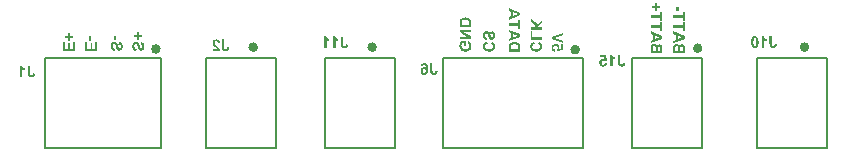
<source format=gbo>
G04 Layer_Color=32896*
%FSLAX43Y43*%
%MOMM*%
G71*
G01*
G75*
%ADD29C,0.400*%
%ADD43C,0.200*%
G36*
X47677Y10036D02*
X47722Y10033D01*
X47762Y10027D01*
X47779Y10024D01*
X47795Y10021D01*
X47810Y10018D01*
X47822Y10015D01*
X47834Y10012D01*
X47842Y10009D01*
X47850Y10008D01*
X47854Y10006D01*
X47857Y10005D01*
X47859D01*
X47893Y9992D01*
X47923Y9977D01*
X47949Y9962D01*
X47973Y9947D01*
X47991Y9932D01*
X48004Y9922D01*
X48013Y9914D01*
X48016Y9913D01*
Y9911D01*
X48039Y9888D01*
X48058Y9862D01*
X48074Y9839D01*
X48086Y9816D01*
X48095Y9795D01*
X48102Y9781D01*
X48104Y9775D01*
X48105Y9770D01*
X48107Y9767D01*
Y9766D01*
X48113Y9739D01*
X48119Y9709D01*
X48122Y9680D01*
X48123Y9648D01*
X48125Y9622D01*
X48126Y9610D01*
Y9601D01*
Y9592D01*
Y9586D01*
Y9581D01*
Y9580D01*
Y9222D01*
X47150D01*
Y9590D01*
X47151Y9629D01*
X47153Y9665D01*
X47156Y9694D01*
X47160Y9718D01*
X47163Y9739D01*
X47166Y9752D01*
X47168Y9761D01*
X47169Y9764D01*
X47181Y9795D01*
X47193Y9822D01*
X47206Y9846D01*
X47220Y9867D01*
X47230Y9882D01*
X47239Y9894D01*
X47247Y9899D01*
X47248Y9902D01*
X47275Y9926D01*
X47303Y9947D01*
X47331Y9965D01*
X47360Y9980D01*
X47383Y9992D01*
X47394Y9996D01*
X47403Y10000D01*
X47410Y10003D01*
X47416Y10005D01*
X47419Y10006D01*
X47420D01*
X47455Y10017D01*
X47490Y10024D01*
X47524Y10030D01*
X47557Y10033D01*
X47585Y10036D01*
X47597D01*
X47608Y10038D01*
X47628D01*
X47677Y10036D01*
D02*
G37*
G36*
X48126Y10693D02*
Y10485D01*
X47150Y10106D01*
Y10314D01*
X47371Y10394D01*
Y10788D01*
X47150Y10871D01*
Y11085D01*
X48126Y10693D01*
D02*
G37*
G36*
Y11121D02*
X47961D01*
Y11408D01*
X47150D01*
Y11605D01*
X47961D01*
Y11892D01*
X48126D01*
Y11121D01*
D02*
G37*
G36*
X43528Y12113D02*
X43572Y12110D01*
X43612Y12105D01*
X43629Y12102D01*
X43645Y12099D01*
X43660Y12096D01*
X43672Y12093D01*
X43684Y12090D01*
X43692Y12087D01*
X43700Y12085D01*
X43704Y12084D01*
X43707Y12082D01*
X43709D01*
X43743Y12069D01*
X43773Y12054D01*
X43799Y12039D01*
X43823Y12024D01*
X43841Y12009D01*
X43854Y11999D01*
X43863Y11992D01*
X43866Y11990D01*
Y11989D01*
X43889Y11965D01*
X43908Y11940D01*
X43924Y11916D01*
X43936Y11894D01*
X43945Y11873D01*
X43952Y11858D01*
X43954Y11852D01*
X43955Y11847D01*
X43957Y11844D01*
Y11843D01*
X43963Y11816D01*
X43969Y11787D01*
X43972Y11757D01*
X43973Y11726D01*
X43975Y11699D01*
X43976Y11687D01*
Y11678D01*
Y11669D01*
Y11663D01*
Y11659D01*
Y11657D01*
Y11299D01*
X43000D01*
Y11668D01*
X43001Y11706D01*
X43003Y11742D01*
X43006Y11772D01*
X43010Y11795D01*
X43013Y11816D01*
X43016Y11830D01*
X43018Y11839D01*
X43019Y11842D01*
X43031Y11873D01*
X43043Y11899D01*
X43056Y11923D01*
X43070Y11944D01*
X43080Y11959D01*
X43089Y11971D01*
X43097Y11977D01*
X43098Y11980D01*
X43125Y12003D01*
X43153Y12024D01*
X43181Y12042D01*
X43210Y12057D01*
X43233Y12069D01*
X43244Y12073D01*
X43253Y12078D01*
X43260Y12081D01*
X43266Y12082D01*
X43269Y12084D01*
X43270D01*
X43305Y12094D01*
X43340Y12102D01*
X43374Y12108D01*
X43407Y12110D01*
X43435Y12113D01*
X43447D01*
X43458Y12115D01*
X43478D01*
X43528Y12113D01*
D02*
G37*
G36*
X45360Y9880D02*
X45321Y9870D01*
X45290Y9856D01*
X45262Y9843D01*
X45239Y9830D01*
X45223Y9818D01*
X45210Y9807D01*
X45204Y9801D01*
X45201Y9798D01*
X45184Y9776D01*
X45172Y9754D01*
X45163Y9732D01*
X45158Y9709D01*
X45155Y9691D01*
X45153Y9677D01*
X45152Y9671D01*
Y9666D01*
Y9665D01*
Y9663D01*
X45153Y9644D01*
X45155Y9626D01*
X45163Y9592D01*
X45175Y9562D01*
X45190Y9537D01*
X45205Y9518D01*
X45217Y9503D01*
X45226Y9494D01*
X45227Y9492D01*
X45229Y9491D01*
X45245Y9479D01*
X45263Y9470D01*
X45282Y9461D01*
X45303Y9454D01*
X45348Y9442D01*
X45391Y9434D01*
X45412Y9431D01*
X45431Y9428D01*
X45447Y9427D01*
X45464D01*
X45475Y9425D01*
X45493D01*
X45525Y9427D01*
X45554Y9428D01*
X45582Y9431D01*
X45606Y9436D01*
X45630Y9440D01*
X45651Y9446D01*
X45669Y9452D01*
X45685Y9460D01*
X45700Y9466D01*
X45712Y9472D01*
X45722Y9477D01*
X45731Y9482D01*
X45737Y9486D01*
X45743Y9489D01*
X45744Y9492D01*
X45746D01*
X45759Y9506D01*
X45773Y9519D01*
X45783Y9534D01*
X45792Y9547D01*
X45805Y9577D01*
X45814Y9605D01*
X45820Y9631D01*
X45822Y9641D01*
X45823Y9650D01*
X45825Y9657D01*
Y9663D01*
Y9666D01*
Y9668D01*
X45823Y9696D01*
X45817Y9721D01*
X45811Y9745D01*
X45802Y9764D01*
X45795Y9781D01*
X45788Y9791D01*
X45782Y9798D01*
X45780Y9801D01*
X45762Y9821D01*
X45743Y9836D01*
X45724Y9849D01*
X45704Y9858D01*
X45686Y9865D01*
X45673Y9871D01*
X45664Y9873D01*
X45663Y9874D01*
X45661D01*
X45707Y10069D01*
X45749Y10055D01*
X45785Y10039D01*
X45814Y10021D01*
X45840Y10005D01*
X45860Y9990D01*
X45874Y9978D01*
X45883Y9971D01*
X45886Y9969D01*
Y9968D01*
X45905Y9946D01*
X45921Y9923D01*
X45935Y9899D01*
X45948Y9876D01*
X45958Y9852D01*
X45966Y9827D01*
X45973Y9804D01*
X45979Y9781D01*
X45984Y9760D01*
X45987Y9740D01*
X45990Y9723D01*
X45991Y9708D01*
X45993Y9696D01*
Y9685D01*
Y9680D01*
Y9678D01*
X45991Y9641D01*
X45987Y9605D01*
X45981Y9571D01*
X45972Y9540D01*
X45961Y9510D01*
X45949Y9483D01*
X45938Y9458D01*
X45926Y9436D01*
X45912Y9415D01*
X45900Y9397D01*
X45889Y9382D01*
X45878Y9369D01*
X45869Y9360D01*
X45863Y9353D01*
X45859Y9348D01*
X45857Y9347D01*
X45831Y9324D01*
X45802Y9305D01*
X45773Y9289D01*
X45741Y9274D01*
X45710Y9262D01*
X45678Y9253D01*
X45648Y9244D01*
X45617Y9238D01*
X45588Y9232D01*
X45563Y9228D01*
X45539Y9226D01*
X45519Y9223D01*
X45502D01*
X45489Y9222D01*
X45478D01*
X45437Y9223D01*
X45397Y9228D01*
X45360Y9234D01*
X45325Y9241D01*
X45293Y9252D01*
X45263Y9262D01*
X45235Y9272D01*
X45211Y9284D01*
X45189Y9296D01*
X45169Y9307D01*
X45153Y9318D01*
X45140Y9327D01*
X45129Y9335D01*
X45122Y9341D01*
X45117Y9345D01*
X45116Y9347D01*
X45092Y9370D01*
X45073Y9396D01*
X45055Y9422D01*
X45040Y9449D01*
X45027Y9476D01*
X45016Y9503D01*
X45007Y9528D01*
X45000Y9553D01*
X44994Y9577D01*
X44991Y9598D01*
X44988Y9617D01*
X44985Y9633D01*
Y9647D01*
X44984Y9657D01*
Y9665D01*
Y9666D01*
X44985Y9694D01*
X44987Y9723D01*
X44991Y9748D01*
X44996Y9773D01*
X45001Y9795D01*
X45007Y9816D01*
X45015Y9836D01*
X45022Y9853D01*
X45030Y9870D01*
X45037Y9885D01*
X45043Y9896D01*
X45049Y9907D01*
X45054Y9914D01*
X45058Y9920D01*
X45059Y9923D01*
X45061Y9925D01*
X45076Y9944D01*
X45094Y9960D01*
X45131Y9992D01*
X45171Y10017D01*
X45210Y10036D01*
X45227Y10045D01*
X45245Y10052D01*
X45260Y10058D01*
X45273Y10063D01*
X45285Y10067D01*
X45293Y10070D01*
X45299Y10072D01*
X45300D01*
X45360Y9880D01*
D02*
G37*
G36*
X45317Y10981D02*
X45346Y10977D01*
X45373Y10969D01*
X45395Y10963D01*
X45413Y10956D01*
X45428Y10948D01*
X45435Y10944D01*
X45438Y10943D01*
X45461Y10926D01*
X45481Y10910D01*
X45498Y10892D01*
X45513Y10874D01*
X45523Y10859D01*
X45532Y10847D01*
X45536Y10839D01*
X45538Y10837D01*
Y10836D01*
X45545Y10822D01*
X45551Y10807D01*
X45565Y10773D01*
X45575Y10739D01*
X45587Y10703D01*
X45594Y10672D01*
X45599Y10659D01*
X45602Y10647D01*
X45605Y10636D01*
X45606Y10629D01*
X45608Y10625D01*
Y10623D01*
X45614Y10598D01*
X45621Y10574D01*
X45627Y10553D01*
X45633Y10535D01*
X45637Y10518D01*
X45643Y10504D01*
X45648Y10491D01*
X45654Y10480D01*
X45658Y10470D01*
X45661Y10463D01*
X45667Y10451D01*
X45672Y10445D01*
X45673Y10443D01*
X45684Y10434D01*
X45692Y10427D01*
X45703Y10422D01*
X45712Y10418D01*
X45721Y10417D01*
X45727Y10415D01*
X45733D01*
X45746Y10417D01*
X45758Y10420D01*
X45768Y10424D01*
X45777Y10430D01*
X45785Y10436D01*
X45789Y10440D01*
X45792Y10443D01*
X45793Y10445D01*
X45805Y10464D01*
X45814Y10486D01*
X45820Y10509D01*
X45825Y10529D01*
X45828Y10549D01*
X45829Y10565D01*
Y10571D01*
Y10576D01*
Y10577D01*
Y10579D01*
X45828Y10608D01*
X45823Y10633D01*
X45819Y10654D01*
X45813Y10672D01*
X45805Y10686D01*
X45801Y10694D01*
X45796Y10700D01*
X45795Y10702D01*
X45782Y10717D01*
X45765Y10729D01*
X45747Y10738D01*
X45730Y10745D01*
X45713Y10751D01*
X45700Y10754D01*
X45691Y10757D01*
X45688D01*
X45695Y10954D01*
X45719Y10953D01*
X45743Y10948D01*
X45765Y10943D01*
X45786Y10937D01*
X45822Y10920D01*
X45838Y10913D01*
X45853Y10904D01*
X45866Y10895D01*
X45878Y10886D01*
X45889Y10879D01*
X45896Y10871D01*
X45902Y10865D01*
X45906Y10861D01*
X45909Y10858D01*
X45911Y10856D01*
X45926Y10839D01*
X45938Y10818D01*
X45949Y10797D01*
X45958Y10775D01*
X45973Y10729D01*
X45982Y10684D01*
X45985Y10663D01*
X45988Y10644D01*
X45990Y10626D01*
X45991Y10610D01*
X45993Y10598D01*
Y10587D01*
Y10581D01*
Y10580D01*
X45991Y10540D01*
X45987Y10503D01*
X45982Y10470D01*
X45976Y10442D01*
X45969Y10420D01*
X45966Y10411D01*
X45964Y10403D01*
X45961Y10397D01*
X45960Y10391D01*
X45958Y10390D01*
Y10388D01*
X45945Y10360D01*
X45929Y10336D01*
X45912Y10316D01*
X45896Y10299D01*
X45881Y10286D01*
X45869Y10275D01*
X45862Y10269D01*
X45860Y10268D01*
X45859D01*
X45834Y10255D01*
X45810Y10244D01*
X45786Y10237D01*
X45765Y10232D01*
X45746Y10229D01*
X45733Y10226D01*
X45719D01*
X45698Y10228D01*
X45678Y10231D01*
X45658Y10235D01*
X45640Y10240D01*
X45606Y10255D01*
X45578Y10271D01*
X45566Y10280D01*
X45554Y10287D01*
X45545Y10295D01*
X45538Y10302D01*
X45532Y10307D01*
X45528Y10311D01*
X45525Y10314D01*
X45523Y10316D01*
X45513Y10329D01*
X45502Y10344D01*
X45483Y10376D01*
X45467Y10414D01*
X45453Y10451D01*
X45441Y10483D01*
X45437Y10498D01*
X45434Y10512D01*
X45431Y10522D01*
X45428Y10529D01*
X45426Y10535D01*
Y10537D01*
X45421Y10559D01*
X45416Y10579D01*
X45412Y10596D01*
X45407Y10613D01*
X45403Y10628D01*
X45400Y10639D01*
X45397Y10651D01*
X45394Y10660D01*
X45389Y10675D01*
X45386Y10686D01*
X45383Y10691D01*
Y10693D01*
X45376Y10711D01*
X45369Y10726D01*
X45363Y10738D01*
X45355Y10748D01*
X45349Y10755D01*
X45345Y10760D01*
X45342Y10763D01*
X45340Y10764D01*
X45331Y10772D01*
X45321Y10776D01*
X45303Y10782D01*
X45294Y10784D01*
X45288Y10785D01*
X45282D01*
X45263Y10784D01*
X45245Y10778D01*
X45229Y10770D01*
X45215Y10761D01*
X45204Y10751D01*
X45196Y10743D01*
X45190Y10738D01*
X45189Y10736D01*
X45175Y10717D01*
X45165Y10694D01*
X45159Y10671D01*
X45153Y10647D01*
X45150Y10626D01*
X45149Y10610D01*
Y10602D01*
Y10598D01*
Y10595D01*
Y10593D01*
X45150Y10561D01*
X45156Y10532D01*
X45163Y10509D01*
X45171Y10488D01*
X45180Y10472D01*
X45186Y10460D01*
X45192Y10452D01*
X45193Y10449D01*
X45212Y10431D01*
X45235Y10417D01*
X45259Y10405D01*
X45281Y10396D01*
X45303Y10388D01*
X45319Y10384D01*
X45327Y10382D01*
X45331D01*
X45334Y10381D01*
X45336D01*
X45317Y10189D01*
X45287Y10194D01*
X45259Y10200D01*
X45232Y10207D01*
X45208Y10214D01*
X45186Y10225D01*
X45165Y10234D01*
X45147Y10244D01*
X45129Y10255D01*
X45116Y10265D01*
X45103Y10274D01*
X45092Y10283D01*
X45083Y10290D01*
X45076Y10298D01*
X45071Y10302D01*
X45068Y10305D01*
X45067Y10307D01*
X45052Y10326D01*
X45039Y10348D01*
X45028Y10370D01*
X45018Y10393D01*
X45010Y10417D01*
X45003Y10440D01*
X44993Y10486D01*
X44990Y10509D01*
X44987Y10528D01*
X44985Y10546D01*
X44984Y10561D01*
X44982Y10574D01*
Y10584D01*
Y10590D01*
Y10592D01*
X44984Y10638D01*
X44988Y10678D01*
X44993Y10714D01*
X45000Y10745D01*
X45003Y10758D01*
X45006Y10770D01*
X45009Y10779D01*
X45010Y10788D01*
X45013Y10794D01*
X45015Y10798D01*
X45016Y10801D01*
Y10803D01*
X45031Y10834D01*
X45049Y10859D01*
X45067Y10883D01*
X45085Y10901D01*
X45100Y10916D01*
X45113Y10926D01*
X45122Y10934D01*
X45123Y10935D01*
X45125D01*
X45153Y10951D01*
X45181Y10963D01*
X45208Y10971D01*
X45232Y10977D01*
X45253Y10980D01*
X45269Y10983D01*
X45284D01*
X45317Y10981D01*
D02*
G37*
G36*
X49596Y11568D02*
X49976Y11935D01*
Y11671D01*
X49544Y11274D01*
X49976D01*
Y11076D01*
X49000D01*
Y11274D01*
X49294D01*
X49458Y11431D01*
X49000Y11700D01*
Y11954D01*
X49596Y11568D01*
D02*
G37*
G36*
X51152Y9876D02*
X51177Y9873D01*
X51201Y9870D01*
X51223Y9864D01*
X51244Y9856D01*
X51264Y9849D01*
X51281Y9842D01*
X51298Y9834D01*
X51313Y9825D01*
X51326Y9818D01*
X51336Y9810D01*
X51345Y9803D01*
X51353Y9797D01*
X51357Y9794D01*
X51360Y9791D01*
X51362Y9790D01*
X51378Y9773D01*
X51391Y9755D01*
X51403Y9737D01*
X51414Y9720D01*
X51423Y9702D01*
X51430Y9685D01*
X51440Y9651D01*
X51445Y9636D01*
X51448Y9623D01*
X51449Y9610D01*
X51451Y9599D01*
X51452Y9590D01*
Y9584D01*
Y9580D01*
Y9578D01*
X51451Y9555D01*
X51448Y9531D01*
X51442Y9509D01*
X51437Y9491D01*
X51432Y9474D01*
X51426Y9461D01*
X51423Y9454D01*
X51421Y9451D01*
X51586Y9480D01*
Y9834D01*
X51761D01*
Y9339D01*
X51253Y9244D01*
X51232Y9394D01*
X51244Y9406D01*
X51256Y9420D01*
X51274Y9443D01*
X51286Y9469D01*
X51295Y9491D01*
X51301Y9510D01*
X51302Y9526D01*
X51304Y9532D01*
Y9537D01*
Y9538D01*
Y9540D01*
X51302Y9562D01*
X51296Y9583D01*
X51289Y9601D01*
X51281Y9616D01*
X51273Y9628D01*
X51265Y9636D01*
X51259Y9642D01*
X51258Y9644D01*
X51240Y9657D01*
X51218Y9668D01*
X51195Y9675D01*
X51173Y9681D01*
X51154Y9684D01*
X51137Y9685D01*
X51122D01*
X51090Y9684D01*
X51060Y9680D01*
X51036Y9672D01*
X51015Y9665D01*
X51001Y9657D01*
X50989Y9650D01*
X50983Y9645D01*
X50980Y9644D01*
X50963Y9628D01*
X50953Y9611D01*
X50944Y9595D01*
X50938Y9578D01*
X50935Y9565D01*
X50934Y9555D01*
X50932Y9547D01*
Y9544D01*
X50934Y9526D01*
X50938Y9509D01*
X50944Y9494D01*
X50950Y9480D01*
X50956Y9469D01*
X50962Y9461D01*
X50966Y9455D01*
X50968Y9454D01*
X50983Y9440D01*
X50999Y9430D01*
X51017Y9422D01*
X51032Y9417D01*
X51047Y9412D01*
X51059Y9409D01*
X51066Y9408D01*
X51069D01*
X51050Y9222D01*
X51027Y9226D01*
X51007Y9231D01*
X50966Y9244D01*
X50934Y9261D01*
X50905Y9278D01*
X50894Y9287D01*
X50883Y9295D01*
X50874Y9302D01*
X50867Y9310D01*
X50861Y9316D01*
X50856Y9320D01*
X50855Y9321D01*
X50853Y9323D01*
X50842Y9339D01*
X50830Y9357D01*
X50812Y9393D01*
X50800Y9430D01*
X50791Y9464D01*
X50788Y9480D01*
X50787Y9495D01*
X50784Y9509D01*
Y9521D01*
X50782Y9529D01*
Y9537D01*
Y9541D01*
Y9543D01*
X50784Y9574D01*
X50788Y9602D01*
X50794Y9631D01*
X50801Y9656D01*
X50812Y9680D01*
X50822Y9700D01*
X50834Y9721D01*
X50846Y9739D01*
X50858Y9754D01*
X50870Y9769D01*
X50880Y9781D01*
X50891Y9790D01*
X50898Y9797D01*
X50904Y9803D01*
X50908Y9806D01*
X50910Y9807D01*
X50928Y9819D01*
X50947Y9831D01*
X50984Y9847D01*
X51020Y9861D01*
X51054Y9868D01*
X51069Y9871D01*
X51082Y9874D01*
X51094Y9876D01*
X51105D01*
X51114Y9877D01*
X51125D01*
X51152Y9876D01*
D02*
G37*
G36*
X51776Y10617D02*
X51054Y10379D01*
X51776Y10131D01*
Y9919D01*
X50800Y10268D01*
Y10480D01*
X51776Y10828D01*
Y10617D01*
D02*
G37*
G36*
X48126Y12509D02*
Y12301D01*
X47150Y11922D01*
Y12130D01*
X47371Y12210D01*
Y12604D01*
X47150Y12687D01*
Y12901D01*
X48126Y12509D01*
D02*
G37*
G36*
X49360Y9880D02*
X49321Y9870D01*
X49290Y9856D01*
X49262Y9843D01*
X49239Y9830D01*
X49223Y9818D01*
X49210Y9807D01*
X49204Y9801D01*
X49201Y9798D01*
X49184Y9776D01*
X49172Y9754D01*
X49163Y9732D01*
X49158Y9709D01*
X49155Y9691D01*
X49153Y9677D01*
X49152Y9671D01*
Y9666D01*
Y9665D01*
Y9663D01*
X49153Y9644D01*
X49155Y9626D01*
X49163Y9592D01*
X49175Y9562D01*
X49190Y9537D01*
X49205Y9518D01*
X49217Y9503D01*
X49226Y9494D01*
X49227Y9492D01*
X49229Y9491D01*
X49245Y9479D01*
X49263Y9470D01*
X49282Y9461D01*
X49303Y9454D01*
X49348Y9442D01*
X49391Y9434D01*
X49412Y9431D01*
X49431Y9428D01*
X49447Y9427D01*
X49464D01*
X49475Y9425D01*
X49493D01*
X49525Y9427D01*
X49554Y9428D01*
X49582Y9431D01*
X49606Y9436D01*
X49630Y9440D01*
X49651Y9446D01*
X49669Y9452D01*
X49685Y9460D01*
X49700Y9466D01*
X49712Y9472D01*
X49722Y9477D01*
X49731Y9482D01*
X49737Y9486D01*
X49743Y9489D01*
X49744Y9492D01*
X49746D01*
X49759Y9506D01*
X49773Y9519D01*
X49783Y9534D01*
X49792Y9547D01*
X49805Y9577D01*
X49814Y9605D01*
X49820Y9631D01*
X49822Y9641D01*
X49823Y9650D01*
X49825Y9657D01*
Y9663D01*
Y9666D01*
Y9668D01*
X49823Y9696D01*
X49817Y9721D01*
X49811Y9745D01*
X49802Y9764D01*
X49795Y9781D01*
X49788Y9791D01*
X49782Y9798D01*
X49780Y9801D01*
X49762Y9821D01*
X49743Y9836D01*
X49724Y9849D01*
X49704Y9858D01*
X49686Y9865D01*
X49673Y9871D01*
X49664Y9873D01*
X49663Y9874D01*
X49661D01*
X49707Y10069D01*
X49749Y10055D01*
X49785Y10039D01*
X49814Y10021D01*
X49840Y10005D01*
X49860Y9990D01*
X49874Y9978D01*
X49883Y9971D01*
X49886Y9969D01*
Y9968D01*
X49905Y9946D01*
X49921Y9923D01*
X49935Y9899D01*
X49948Y9876D01*
X49958Y9852D01*
X49966Y9827D01*
X49973Y9804D01*
X49979Y9781D01*
X49984Y9760D01*
X49987Y9740D01*
X49990Y9723D01*
X49991Y9708D01*
X49993Y9696D01*
Y9685D01*
Y9680D01*
Y9678D01*
X49991Y9641D01*
X49987Y9605D01*
X49981Y9571D01*
X49972Y9540D01*
X49961Y9510D01*
X49949Y9483D01*
X49938Y9458D01*
X49926Y9436D01*
X49912Y9415D01*
X49900Y9397D01*
X49889Y9382D01*
X49878Y9369D01*
X49869Y9360D01*
X49863Y9353D01*
X49859Y9348D01*
X49857Y9347D01*
X49831Y9324D01*
X49802Y9305D01*
X49773Y9289D01*
X49741Y9274D01*
X49710Y9262D01*
X49678Y9253D01*
X49648Y9244D01*
X49617Y9238D01*
X49588Y9232D01*
X49563Y9228D01*
X49539Y9226D01*
X49519Y9223D01*
X49502D01*
X49489Y9222D01*
X49478D01*
X49437Y9223D01*
X49397Y9228D01*
X49360Y9234D01*
X49325Y9241D01*
X49293Y9252D01*
X49263Y9262D01*
X49235Y9272D01*
X49211Y9284D01*
X49189Y9296D01*
X49169Y9307D01*
X49153Y9318D01*
X49140Y9327D01*
X49129Y9335D01*
X49122Y9341D01*
X49117Y9345D01*
X49116Y9347D01*
X49092Y9370D01*
X49073Y9396D01*
X49055Y9422D01*
X49040Y9449D01*
X49027Y9476D01*
X49016Y9503D01*
X49007Y9528D01*
X49000Y9553D01*
X48994Y9577D01*
X48991Y9598D01*
X48988Y9617D01*
X48985Y9633D01*
Y9647D01*
X48984Y9657D01*
Y9665D01*
Y9666D01*
X48985Y9694D01*
X48987Y9723D01*
X48991Y9748D01*
X48996Y9773D01*
X49001Y9795D01*
X49007Y9816D01*
X49015Y9836D01*
X49022Y9853D01*
X49030Y9870D01*
X49037Y9885D01*
X49043Y9896D01*
X49049Y9907D01*
X49053Y9914D01*
X49058Y9920D01*
X49059Y9923D01*
X49061Y9925D01*
X49076Y9944D01*
X49094Y9960D01*
X49131Y9992D01*
X49171Y10017D01*
X49210Y10036D01*
X49227Y10045D01*
X49245Y10052D01*
X49260Y10058D01*
X49273Y10063D01*
X49285Y10067D01*
X49293Y10070D01*
X49299Y10072D01*
X49300D01*
X49360Y9880D01*
D02*
G37*
G36*
X49165Y10443D02*
X49967D01*
Y10246D01*
X49000D01*
Y10932D01*
X49165D01*
Y10443D01*
D02*
G37*
G36*
X60151Y11799D02*
X59986D01*
Y12085D01*
X59175D01*
Y12283D01*
X59986D01*
Y12570D01*
X60151D01*
Y11799D01*
D02*
G37*
G36*
X59740Y13082D02*
X59992D01*
Y12911D01*
X59740D01*
Y12656D01*
X59567D01*
Y12911D01*
X59315D01*
Y13082D01*
X59567D01*
Y13338D01*
X59740D01*
Y13082D01*
D02*
G37*
G36*
X61407Y9883D02*
X61435Y9877D01*
X61459Y9870D01*
X61481Y9861D01*
X61499Y9851D01*
X61513Y9843D01*
X61520Y9837D01*
X61523Y9836D01*
X61545Y9816D01*
X61565Y9794D01*
X61579Y9772D01*
X61591Y9749D01*
X61600Y9730D01*
X61608Y9714D01*
X61609Y9708D01*
X61611Y9703D01*
X61612Y9700D01*
Y9699D01*
X61624Y9721D01*
X61637Y9742D01*
X61651Y9758D01*
X61666Y9773D01*
X61677Y9785D01*
X61688Y9793D01*
X61694Y9799D01*
X61697Y9800D01*
X61719Y9812D01*
X61741Y9821D01*
X61762Y9828D01*
X61782Y9833D01*
X61798Y9836D01*
X61811Y9837D01*
X61823D01*
X61847Y9836D01*
X61868Y9833D01*
X61887Y9827D01*
X61905Y9822D01*
X61918Y9816D01*
X61929Y9810D01*
X61935Y9807D01*
X61938Y9806D01*
X61955Y9794D01*
X61972Y9782D01*
X61985Y9769D01*
X61997Y9758D01*
X62007Y9748D01*
X62013Y9739D01*
X62018Y9733D01*
X62019Y9732D01*
X62030Y9714D01*
X62039Y9697D01*
X62046Y9680D01*
X62050Y9663D01*
X62055Y9650D01*
X62058Y9640D01*
X62059Y9632D01*
Y9629D01*
X62062Y9605D01*
X62065Y9579D01*
X62067Y9550D01*
X62068Y9522D01*
X62070Y9497D01*
Y9485D01*
Y9476D01*
Y9467D01*
Y9461D01*
Y9458D01*
Y9457D01*
Y9067D01*
X61094D01*
Y9399D01*
Y9433D01*
Y9463D01*
Y9491D01*
X61095Y9516D01*
Y9537D01*
Y9556D01*
X61097Y9574D01*
Y9589D01*
Y9601D01*
X61098Y9611D01*
Y9620D01*
Y9626D01*
X61099Y9631D01*
Y9634D01*
Y9637D01*
X61104Y9665D01*
X61110Y9690D01*
X61117Y9712D01*
X61126Y9732D01*
X61134Y9748D01*
X61140Y9760D01*
X61144Y9766D01*
X61146Y9769D01*
X61160Y9788D01*
X61178Y9804D01*
X61195Y9819D01*
X61211Y9831D01*
X61224Y9840D01*
X61236Y9848D01*
X61244Y9852D01*
X61247Y9854D01*
X61270Y9864D01*
X61293Y9871D01*
X61315Y9877D01*
X61334Y9880D01*
X61352Y9883D01*
X61364Y9885D01*
X61376D01*
X61407Y9883D01*
D02*
G37*
G36*
X59489Y9883D02*
X59517Y9877D01*
X59541Y9870D01*
X59563Y9861D01*
X59581Y9851D01*
X59594Y9843D01*
X59601Y9837D01*
X59604Y9836D01*
X59627Y9816D01*
X59646Y9794D01*
X59661Y9772D01*
X59673Y9749D01*
X59682Y9730D01*
X59689Y9714D01*
X59691Y9708D01*
X59692Y9703D01*
X59694Y9700D01*
Y9699D01*
X59705Y9721D01*
X59719Y9742D01*
X59732Y9758D01*
X59747Y9773D01*
X59759Y9785D01*
X59769Y9793D01*
X59775Y9799D01*
X59778Y9800D01*
X59801Y9812D01*
X59823Y9821D01*
X59844Y9828D01*
X59863Y9833D01*
X59879Y9836D01*
X59893Y9837D01*
X59905D01*
X59928Y9836D01*
X59949Y9833D01*
X59968Y9827D01*
X59986Y9822D01*
X60000Y9816D01*
X60010Y9810D01*
X60016Y9807D01*
X60019Y9806D01*
X60037Y9794D01*
X60053Y9782D01*
X60067Y9769D01*
X60078Y9758D01*
X60089Y9748D01*
X60095Y9739D01*
X60099Y9733D01*
X60101Y9732D01*
X60111Y9714D01*
X60120Y9697D01*
X60127Y9680D01*
X60132Y9663D01*
X60136Y9650D01*
X60139Y9640D01*
X60141Y9632D01*
Y9629D01*
X60144Y9605D01*
X60147Y9579D01*
X60148Y9550D01*
X60150Y9522D01*
X60151Y9497D01*
Y9485D01*
Y9476D01*
Y9467D01*
Y9461D01*
Y9458D01*
Y9457D01*
Y9067D01*
X59175D01*
Y9399D01*
Y9433D01*
Y9463D01*
Y9491D01*
X59176Y9516D01*
Y9537D01*
Y9556D01*
X59178Y9574D01*
Y9589D01*
Y9601D01*
X59179Y9611D01*
Y9620D01*
Y9626D01*
X59181Y9631D01*
Y9634D01*
Y9637D01*
X59185Y9665D01*
X59191Y9690D01*
X59199Y9712D01*
X59208Y9732D01*
X59215Y9748D01*
X59221Y9760D01*
X59226Y9766D01*
X59227Y9769D01*
X59242Y9788D01*
X59260Y9804D01*
X59276Y9819D01*
X59292Y9831D01*
X59306Y9840D01*
X59318Y9848D01*
X59325Y9852D01*
X59328Y9853D01*
X59352Y9864D01*
X59374Y9871D01*
X59396Y9877D01*
X59416Y9880D01*
X59434Y9883D01*
X59445Y9885D01*
X59457D01*
X59489Y9883D01*
D02*
G37*
G36*
X60151Y10538D02*
Y10330D01*
X59175Y9952D01*
Y10160D01*
X59396Y10240D01*
Y10634D01*
X59175Y10717D01*
Y10931D01*
X60151Y10538D01*
D02*
G37*
G36*
Y10966D02*
X59986D01*
Y11253D01*
X59175D01*
Y11451D01*
X59986D01*
Y11738D01*
X60151D01*
Y10966D01*
D02*
G37*
G36*
X61541Y12675D02*
X61354D01*
Y13042D01*
X61541D01*
Y12675D01*
D02*
G37*
G36*
X43523Y9709D02*
X43358D01*
Y9934D01*
X43233D01*
X43220Y9916D01*
X43210Y9898D01*
X43199Y9880D01*
X43190Y9864D01*
X43183Y9849D01*
X43178Y9837D01*
X43175Y9830D01*
X43174Y9827D01*
X43166Y9803D01*
X43160Y9781D01*
X43156Y9760D01*
X43153Y9742D01*
X43152Y9726D01*
X43150Y9714D01*
Y9706D01*
Y9703D01*
X43152Y9681D01*
X43155Y9659D01*
X43158Y9638D01*
X43163Y9619D01*
X43177Y9584D01*
X43193Y9556D01*
X43201Y9543D01*
X43210Y9532D01*
X43217Y9524D01*
X43223Y9515D01*
X43229Y9509D01*
X43233Y9504D01*
X43235Y9503D01*
X43236Y9501D01*
X43254Y9488D01*
X43273Y9476D01*
X43293Y9466D01*
X43314Y9458D01*
X43358Y9443D01*
X43400Y9434D01*
X43421Y9431D01*
X43438Y9430D01*
X43455Y9428D01*
X43470Y9427D01*
X43481Y9425D01*
X43498D01*
X43528Y9427D01*
X43554Y9428D01*
X43581Y9433D01*
X43605Y9437D01*
X43626Y9443D01*
X43646Y9449D01*
X43664Y9455D01*
X43681Y9463D01*
X43695Y9470D01*
X43707Y9476D01*
X43718Y9482D01*
X43727Y9488D01*
X43733Y9492D01*
X43737Y9497D01*
X43740Y9498D01*
X43741Y9500D01*
X43756Y9515D01*
X43770Y9531D01*
X43780Y9547D01*
X43789Y9564D01*
X43804Y9598D01*
X43814Y9631D01*
X43820Y9660D01*
X43822Y9672D01*
X43823Y9684D01*
X43825Y9693D01*
Y9699D01*
Y9703D01*
Y9705D01*
X43823Y9735D01*
X43819Y9763D01*
X43811Y9787D01*
X43804Y9807D01*
X43796Y9824D01*
X43789Y9836D01*
X43785Y9843D01*
X43783Y9846D01*
X43767Y9865D01*
X43747Y9882D01*
X43730Y9895D01*
X43712Y9905D01*
X43695Y9914D01*
X43682Y9919D01*
X43673Y9922D01*
X43672Y9923D01*
X43670D01*
X43707Y10119D01*
X43731Y10113D01*
X43755Y10105D01*
X43795Y10087D01*
X43814Y10076D01*
X43831Y10064D01*
X43847Y10054D01*
X43860Y10042D01*
X43874Y10032D01*
X43884Y10021D01*
X43893Y10012D01*
X43902Y10003D01*
X43908Y9998D01*
X43912Y9992D01*
X43914Y9989D01*
X43915Y9987D01*
X43929Y9968D01*
X43941Y9946D01*
X43951Y9923D01*
X43960Y9901D01*
X43973Y9853D01*
X43984Y9809D01*
X43987Y9787D01*
X43988Y9767D01*
X43990Y9749D01*
X43991Y9735D01*
X43993Y9723D01*
Y9712D01*
Y9706D01*
Y9705D01*
X43991Y9654D01*
X43985Y9610D01*
X43981Y9589D01*
X43978Y9570D01*
X43973Y9552D01*
X43969Y9535D01*
X43963Y9522D01*
X43958Y9509D01*
X43955Y9498D01*
X43951Y9488D01*
X43948Y9480D01*
X43945Y9476D01*
X43944Y9473D01*
Y9472D01*
X43917Y9428D01*
X43889Y9390D01*
X43857Y9359D01*
X43828Y9332D01*
X43802Y9311D01*
X43791Y9304D01*
X43780Y9296D01*
X43773Y9292D01*
X43767Y9287D01*
X43762Y9286D01*
X43761Y9284D01*
X43715Y9263D01*
X43669Y9249D01*
X43623Y9237D01*
X43581Y9229D01*
X43562Y9228D01*
X43545Y9225D01*
X43529Y9223D01*
X43516D01*
X43505Y9222D01*
X43490D01*
X43438Y9225D01*
X43389Y9231D01*
X43346Y9240D01*
X43325Y9244D01*
X43306Y9250D01*
X43290Y9256D01*
X43275Y9261D01*
X43262Y9265D01*
X43250Y9269D01*
X43241Y9274D01*
X43235Y9275D01*
X43230Y9278D01*
X43229D01*
X43187Y9302D01*
X43150Y9329D01*
X43119Y9357D01*
X43094Y9384D01*
X43073Y9409D01*
X43064Y9420D01*
X43058Y9430D01*
X43054Y9437D01*
X43049Y9443D01*
X43048Y9446D01*
X43046Y9448D01*
X43034Y9470D01*
X43025Y9492D01*
X43009Y9538D01*
X42999Y9583D01*
X42990Y9625D01*
X42988Y9644D01*
X42985Y9660D01*
X42984Y9677D01*
Y9690D01*
X42982Y9700D01*
Y9708D01*
Y9714D01*
Y9715D01*
X42984Y9760D01*
X42990Y9803D01*
X42997Y9843D01*
X43004Y9879D01*
X43009Y9895D01*
X43013Y9910D01*
X43016Y9922D01*
X43019Y9932D01*
X43022Y9941D01*
X43025Y9947D01*
X43027Y9951D01*
Y9953D01*
X43045Y9995D01*
X43062Y10030D01*
X43080Y10061D01*
X43097Y10087D01*
X43111Y10107D01*
X43122Y10121D01*
X43129Y10130D01*
X43132Y10133D01*
X43523D01*
Y9709D01*
D02*
G37*
G36*
X43976Y10908D02*
X43321D01*
X43976Y10506D01*
Y10316D01*
X43000D01*
Y10498D01*
X43640D01*
X43000Y10894D01*
Y11091D01*
X43976D01*
Y10908D01*
D02*
G37*
G36*
X62070Y10538D02*
Y10330D01*
X61094Y9952D01*
Y10160D01*
X61315Y10240D01*
Y10634D01*
X61094Y10717D01*
Y10931D01*
X62070Y10538D01*
D02*
G37*
G36*
Y10966D02*
X61905D01*
Y11253D01*
X61094D01*
Y11451D01*
X61905D01*
Y11738D01*
X62070D01*
Y10966D01*
D02*
G37*
G36*
Y11799D02*
X61905D01*
Y12085D01*
X61094D01*
Y12283D01*
X61905D01*
Y12570D01*
X62070D01*
Y11799D01*
D02*
G37*
G36*
X9580Y9473D02*
X9845D01*
Y9960D01*
X10010D01*
Y9473D01*
X10226D01*
Y9997D01*
X10391D01*
Y9275D01*
X9415D01*
Y10016D01*
X9580D01*
Y9473D01*
D02*
G37*
G36*
X22434Y10251D02*
X22475Y10244D01*
X22512Y10232D01*
X22529Y10226D01*
X22544Y10220D01*
X22558Y10214D01*
X22570Y10208D01*
X22581Y10202D01*
X22588Y10196D01*
X22596Y10192D01*
X22600Y10189D01*
X22603Y10187D01*
X22604Y10186D01*
X22619Y10172D01*
X22634Y10158D01*
X22646Y10141D01*
X22658Y10123D01*
X22676Y10086D01*
X22689Y10051D01*
X22695Y10033D01*
X22698Y10016D01*
X22703Y10003D01*
X22704Y9990D01*
X22707Y9979D01*
Y9972D01*
X22708Y9966D01*
Y9964D01*
X22523Y9947D01*
X22520Y9975D01*
X22515Y10000D01*
X22508Y10019D01*
X22502Y10036D01*
X22495Y10049D01*
X22490Y10057D01*
X22486Y10063D01*
X22484Y10064D01*
X22469Y10076D01*
X22454Y10085D01*
X22438Y10091D01*
X22423Y10095D01*
X22411Y10098D01*
X22399Y10100D01*
X22391D01*
X22370Y10098D01*
X22350Y10094D01*
X22334Y10089D01*
X22321Y10083D01*
X22310Y10076D01*
X22303Y10071D01*
X22298Y10067D01*
X22297Y10066D01*
X22285Y10052D01*
X22278Y10036D01*
X22272Y10019D01*
X22267Y10005D01*
X22264Y9991D01*
X22263Y9979D01*
Y9972D01*
Y9969D01*
X22264Y9948D01*
X22269Y9927D01*
X22275Y9908D01*
X22282Y9890D01*
X22289Y9875D01*
X22295Y9865D01*
X22300Y9857D01*
X22301Y9854D01*
X22307Y9846D01*
X22316Y9835D01*
X22327Y9825D01*
X22339Y9813D01*
X22364Y9786D01*
X22391Y9759D01*
X22416Y9736D01*
X22428Y9724D01*
X22437Y9715D01*
X22445Y9707D01*
X22451Y9700D01*
X22456Y9697D01*
X22457Y9696D01*
X22486Y9669D01*
X22512Y9644D01*
X22535Y9620D01*
X22557Y9597D01*
X22576Y9577D01*
X22593Y9557D01*
X22609Y9539D01*
X22622Y9523D01*
X22633Y9510D01*
X22643Y9496D01*
X22651Y9486D01*
X22658Y9477D01*
X22662Y9470D01*
X22665Y9465D01*
X22668Y9462D01*
Y9461D01*
X22686Y9428D01*
X22700Y9395D01*
X22711Y9364D01*
X22719Y9334D01*
X22725Y9311D01*
X22726Y9300D01*
X22728Y9291D01*
X22729Y9285D01*
X22731Y9279D01*
Y9276D01*
Y9275D01*
X22076D01*
Y9449D01*
X22448D01*
X22437Y9468D01*
X22423Y9483D01*
X22419Y9490D01*
X22414Y9495D01*
X22411Y9498D01*
X22410Y9499D01*
X22404Y9505D01*
X22398Y9511D01*
X22382Y9528D01*
X22364Y9545D01*
X22344Y9563D01*
X22327Y9581D01*
X22312Y9594D01*
X22307Y9600D01*
X22303Y9605D01*
X22300Y9606D01*
X22298Y9608D01*
X22267Y9636D01*
X22242Y9661D01*
X22220Y9684D01*
X22203Y9701D01*
X22190Y9715D01*
X22181Y9725D01*
X22177Y9731D01*
X22175Y9733D01*
X22157Y9756D01*
X22141Y9779D01*
X22128Y9800D01*
X22117Y9819D01*
X22110Y9834D01*
X22104Y9846D01*
X22101Y9853D01*
X22099Y9856D01*
X22092Y9878D01*
X22086Y9902D01*
X22081Y9923D01*
X22078Y9942D01*
X22077Y9959D01*
X22076Y9972D01*
Y9979D01*
Y9982D01*
X22077Y10003D01*
X22078Y10024D01*
X22089Y10061D01*
X22102Y10094D01*
X22117Y10122D01*
X22132Y10144D01*
X22139Y10155D01*
X22145Y10162D01*
X22151Y10168D01*
X22156Y10172D01*
X22157Y10174D01*
X22159Y10175D01*
X22175Y10189D01*
X22191Y10202D01*
X22211Y10213D01*
X22229Y10222D01*
X22267Y10235D01*
X22303Y10244D01*
X22321Y10248D01*
X22336Y10250D01*
X22350Y10251D01*
X22362Y10253D01*
X22373Y10254D01*
X22410D01*
X22434Y10251D01*
D02*
G37*
G36*
X68014Y10528D02*
X68040Y10525D01*
X68062Y10520D01*
X68084Y10513D01*
X68104Y10505D01*
X68121Y10498D01*
X68138Y10488D01*
X68153Y10479D01*
X68166Y10470D01*
X68178Y10461D01*
X68188Y10452D01*
X68196Y10445D01*
X68202Y10437D01*
X68208Y10433D01*
X68209Y10430D01*
X68211Y10428D01*
X68227Y10404D01*
X68242Y10376D01*
X68255Y10346D01*
X68265Y10315D01*
X68274Y10283D01*
X68282Y10250D01*
X68294Y10184D01*
X68298Y10153D01*
X68301Y10125D01*
X68303Y10100D01*
X68304Y10076D01*
X68306Y10058D01*
Y10043D01*
Y10034D01*
Y10033D01*
Y10031D01*
X68304Y9981D01*
X68301Y9933D01*
X68298Y9892D01*
X68292Y9852D01*
X68286Y9816D01*
X68279Y9785D01*
X68270Y9757D01*
X68263Y9731D01*
X68255Y9709D01*
X68246Y9690D01*
X68239Y9675D01*
X68233Y9663D01*
X68227Y9653D01*
X68222Y9647D01*
X68221Y9642D01*
X68219Y9641D01*
X68203Y9621D01*
X68184Y9605D01*
X68166Y9590D01*
X68147Y9578D01*
X68127Y9568D01*
X68108Y9559D01*
X68089Y9551D01*
X68071Y9546D01*
X68054Y9541D01*
X68038Y9538D01*
X68025Y9535D01*
X68013Y9534D01*
X68002D01*
X67995Y9532D01*
X67989D01*
X67964Y9534D01*
X67939Y9537D01*
X67916Y9541D01*
X67895Y9549D01*
X67876Y9556D01*
X67857Y9563D01*
X67841Y9572D01*
X67826Y9583D01*
X67812Y9592D01*
X67802Y9601D01*
X67791Y9608D01*
X67784Y9617D01*
X67777Y9623D01*
X67772Y9627D01*
X67771Y9630D01*
X67769Y9632D01*
X67753Y9656D01*
X67738Y9684D01*
X67725Y9713D01*
X67713Y9745D01*
X67704Y9777D01*
X67696Y9810D01*
X67685Y9875D01*
X67680Y9907D01*
X67677Y9936D01*
X67676Y9962D01*
X67674Y9985D01*
X67673Y10003D01*
Y10018D01*
Y10027D01*
Y10028D01*
Y10030D01*
X67674Y10080D01*
X67677Y10127D01*
X67682Y10170D01*
X67687Y10210D01*
X67695Y10245D01*
X67702Y10278D01*
X67711Y10306D01*
X67720Y10333D01*
X67729Y10355D01*
X67738Y10375D01*
X67745Y10391D01*
X67753Y10404D01*
X67759Y10413D01*
X67763Y10421D01*
X67766Y10425D01*
X67768Y10427D01*
X67784Y10445D01*
X67800Y10461D01*
X67818Y10474D01*
X67836Y10486D01*
X67854Y10497D01*
X67873Y10504D01*
X67891Y10511D01*
X67909Y10516D01*
X67925Y10520D01*
X67940Y10523D01*
X67953Y10526D01*
X67965Y10528D01*
X67976Y10529D01*
X67989D01*
X68014Y10528D01*
D02*
G37*
G36*
X69429Y9893D02*
Y9872D01*
X69430Y9853D01*
X69432Y9835D01*
X69433Y9819D01*
X69435Y9804D01*
X69438Y9792D01*
X69441Y9780D01*
X69442Y9771D01*
X69448Y9755D01*
X69453Y9745D01*
X69456Y9739D01*
X69457Y9737D01*
X69469Y9725D01*
X69482Y9716D01*
X69497Y9709D01*
X69514Y9705D01*
X69527Y9702D01*
X69539Y9700D01*
X69549D01*
X69572Y9703D01*
X69591Y9709D01*
X69607Y9716D01*
X69621Y9727D01*
X69631Y9736D01*
X69638Y9745D01*
X69643Y9751D01*
X69644Y9752D01*
X69652Y9767D01*
X69656Y9785D01*
X69661Y9804D01*
X69664Y9825D01*
X69667Y9843D01*
Y9858D01*
X69668Y9864D01*
Y9868D01*
Y9869D01*
Y9871D01*
X69855Y9850D01*
X69854Y9822D01*
X69852Y9795D01*
X69848Y9770D01*
X69844Y9746D01*
X69838Y9725D01*
X69832Y9706D01*
X69824Y9688D01*
X69817Y9672D01*
X69809Y9658D01*
X69802Y9647D01*
X69796Y9636D01*
X69790Y9627D01*
X69786Y9621D01*
X69781Y9617D01*
X69780Y9614D01*
X69778Y9612D01*
X69763Y9599D01*
X69745Y9586D01*
X69728Y9575D01*
X69710Y9566D01*
X69673Y9551D01*
X69637Y9543D01*
X69621Y9540D01*
X69604Y9537D01*
X69591Y9535D01*
X69579Y9534D01*
X69569Y9532D01*
X69555D01*
X69511Y9534D01*
X69472Y9540D01*
X69438Y9549D01*
X69410Y9557D01*
X69398Y9562D01*
X69387Y9566D01*
X69378Y9571D01*
X69371Y9575D01*
X69365Y9578D01*
X69361Y9581D01*
X69359Y9583D01*
X69358D01*
X69331Y9603D01*
X69310Y9626D01*
X69291Y9650D01*
X69277Y9670D01*
X69267Y9690D01*
X69260Y9706D01*
X69257Y9712D01*
X69255Y9716D01*
X69254Y9718D01*
Y9719D01*
X69246Y9746D01*
X69240Y9776D01*
X69237Y9807D01*
X69234Y9838D01*
X69233Y9865D01*
X69231Y9877D01*
Y9887D01*
Y9895D01*
Y9901D01*
Y9905D01*
Y9907D01*
Y10526D01*
X69429D01*
Y9893D01*
D02*
G37*
G36*
X6638Y7393D02*
Y7372D01*
X6639Y7353D01*
X6641Y7335D01*
X6642Y7319D01*
X6643Y7304D01*
X6646Y7292D01*
X6649Y7280D01*
X6651Y7271D01*
X6657Y7255D01*
X6661Y7245D01*
X6664Y7239D01*
X6666Y7237D01*
X6678Y7225D01*
X6691Y7216D01*
X6706Y7209D01*
X6722Y7205D01*
X6736Y7202D01*
X6747Y7200D01*
X6758D01*
X6780Y7203D01*
X6800Y7209D01*
X6816Y7216D01*
X6829Y7227D01*
X6840Y7236D01*
X6847Y7245D01*
X6852Y7251D01*
X6853Y7252D01*
X6860Y7267D01*
X6865Y7285D01*
X6869Y7304D01*
X6872Y7325D01*
X6875Y7343D01*
Y7358D01*
X6877Y7364D01*
Y7368D01*
Y7369D01*
Y7371D01*
X7064Y7350D01*
X7063Y7322D01*
X7061Y7295D01*
X7057Y7270D01*
X7052Y7246D01*
X7046Y7225D01*
X7040Y7206D01*
X7033Y7188D01*
X7025Y7172D01*
X7018Y7158D01*
X7011Y7147D01*
X7005Y7136D01*
X6999Y7127D01*
X6994Y7121D01*
X6990Y7117D01*
X6988Y7114D01*
X6987Y7112D01*
X6972Y7099D01*
X6954Y7086D01*
X6936Y7075D01*
X6918Y7066D01*
X6881Y7051D01*
X6846Y7043D01*
X6829Y7040D01*
X6813Y7037D01*
X6800Y7035D01*
X6788Y7034D01*
X6777Y7032D01*
X6764D01*
X6719Y7034D01*
X6681Y7040D01*
X6646Y7049D01*
X6618Y7057D01*
X6606Y7062D01*
X6596Y7066D01*
X6587Y7071D01*
X6580Y7075D01*
X6574Y7078D01*
X6569Y7081D01*
X6568Y7083D01*
X6566D01*
X6539Y7103D01*
X6519Y7126D01*
X6499Y7150D01*
X6486Y7170D01*
X6476Y7190D01*
X6468Y7206D01*
X6465Y7212D01*
X6464Y7216D01*
X6462Y7218D01*
Y7219D01*
X6455Y7246D01*
X6449Y7276D01*
X6446Y7307D01*
X6443Y7338D01*
X6441Y7365D01*
X6440Y7377D01*
Y7387D01*
Y7395D01*
Y7401D01*
Y7405D01*
Y7407D01*
Y8026D01*
X6638D01*
Y7393D01*
D02*
G37*
G36*
X5958Y7997D02*
X5976Y7967D01*
X5996Y7940D01*
X6015Y7918D01*
X6034Y7898D01*
X6049Y7885D01*
X6054Y7881D01*
X6058Y7876D01*
X6061Y7875D01*
X6063Y7873D01*
X6094Y7849D01*
X6123Y7832D01*
X6150Y7815D01*
X6174Y7803D01*
X6193Y7793D01*
X6208Y7787D01*
X6214Y7786D01*
X6219Y7784D01*
X6220Y7783D01*
X6221D01*
Y7613D01*
X6171Y7632D01*
X6125Y7655D01*
X6085Y7677D01*
X6065Y7689D01*
X6049Y7701D01*
X6033Y7711D01*
X6019Y7722D01*
X6008Y7731D01*
X5997Y7738D01*
X5990Y7745D01*
X5984Y7750D01*
X5981Y7753D01*
X5979Y7754D01*
Y7050D01*
X5792D01*
Y8029D01*
X5945D01*
X5958Y7997D01*
D02*
G37*
G36*
X23073Y9618D02*
Y9597D01*
X23074Y9578D01*
X23076Y9560D01*
X23077Y9544D01*
X23078Y9529D01*
X23081Y9517D01*
X23084Y9505D01*
X23086Y9496D01*
X23092Y9480D01*
X23096Y9470D01*
X23099Y9464D01*
X23101Y9462D01*
X23113Y9450D01*
X23126Y9441D01*
X23141Y9434D01*
X23157Y9430D01*
X23171Y9427D01*
X23183Y9425D01*
X23193D01*
X23215Y9428D01*
X23235Y9434D01*
X23251Y9441D01*
X23264Y9452D01*
X23275Y9461D01*
X23282Y9470D01*
X23287Y9476D01*
X23288Y9477D01*
X23295Y9492D01*
X23300Y9510D01*
X23304Y9529D01*
X23307Y9550D01*
X23310Y9568D01*
Y9583D01*
X23312Y9589D01*
Y9593D01*
Y9594D01*
Y9596D01*
X23499Y9575D01*
X23498Y9547D01*
X23496Y9520D01*
X23492Y9495D01*
X23487Y9471D01*
X23481Y9450D01*
X23475Y9431D01*
X23468Y9413D01*
X23460Y9397D01*
X23453Y9383D01*
X23446Y9372D01*
X23440Y9361D01*
X23434Y9352D01*
X23429Y9346D01*
X23425Y9342D01*
X23423Y9339D01*
X23422Y9337D01*
X23407Y9324D01*
X23389Y9311D01*
X23371Y9300D01*
X23353Y9291D01*
X23316Y9276D01*
X23281Y9268D01*
X23264Y9265D01*
X23248Y9262D01*
X23235Y9260D01*
X23223Y9259D01*
X23212Y9257D01*
X23199D01*
X23154Y9259D01*
X23116Y9265D01*
X23081Y9274D01*
X23053Y9282D01*
X23041Y9287D01*
X23031Y9291D01*
X23022Y9296D01*
X23015Y9300D01*
X23009Y9303D01*
X23004Y9306D01*
X23003Y9308D01*
X23001D01*
X22974Y9328D01*
X22954Y9351D01*
X22934Y9375D01*
X22921Y9395D01*
X22911Y9415D01*
X22903Y9431D01*
X22900Y9437D01*
X22899Y9441D01*
X22897Y9443D01*
Y9444D01*
X22890Y9471D01*
X22884Y9501D01*
X22881Y9532D01*
X22878Y9563D01*
X22876Y9590D01*
X22875Y9602D01*
Y9612D01*
Y9620D01*
Y9626D01*
Y9630D01*
Y9632D01*
Y10251D01*
X23073D01*
Y9618D01*
D02*
G37*
G36*
X68750Y10497D02*
X68768Y10467D01*
X68787Y10440D01*
X68806Y10418D01*
X68826Y10398D01*
X68841Y10385D01*
X68845Y10381D01*
X68849Y10376D01*
X68852Y10375D01*
X68854Y10373D01*
X68885Y10349D01*
X68915Y10332D01*
X68942Y10315D01*
X68965Y10303D01*
X68985Y10293D01*
X69000Y10287D01*
X69005Y10286D01*
X69010Y10284D01*
X69011Y10283D01*
X69013D01*
Y10113D01*
X68962Y10132D01*
X68916Y10155D01*
X68876Y10177D01*
X68857Y10189D01*
X68841Y10201D01*
X68824Y10211D01*
X68811Y10222D01*
X68799Y10231D01*
X68789Y10238D01*
X68781Y10245D01*
X68775Y10250D01*
X68772Y10253D01*
X68771Y10254D01*
Y9550D01*
X68583D01*
Y10529D01*
X68737D01*
X68750Y10497D01*
D02*
G37*
G36*
X56599Y8318D02*
Y8297D01*
X56600Y8278D01*
X56602Y8260D01*
X56603Y8244D01*
X56604Y8229D01*
X56607Y8217D01*
X56610Y8205D01*
X56612Y8196D01*
X56618Y8180D01*
X56622Y8170D01*
X56625Y8164D01*
X56627Y8162D01*
X56639Y8150D01*
X56652Y8141D01*
X56667Y8134D01*
X56683Y8130D01*
X56697Y8127D01*
X56708Y8125D01*
X56719D01*
X56741Y8128D01*
X56761Y8134D01*
X56777Y8141D01*
X56790Y8152D01*
X56801Y8161D01*
X56808Y8170D01*
X56813Y8176D01*
X56814Y8177D01*
X56821Y8192D01*
X56826Y8210D01*
X56830Y8229D01*
X56833Y8250D01*
X56836Y8268D01*
Y8283D01*
X56838Y8289D01*
Y8293D01*
Y8294D01*
Y8296D01*
X57025Y8275D01*
X57024Y8247D01*
X57022Y8220D01*
X57018Y8195D01*
X57013Y8171D01*
X57007Y8150D01*
X57001Y8131D01*
X56994Y8113D01*
X56986Y8097D01*
X56979Y8083D01*
X56972Y8072D01*
X56966Y8061D01*
X56960Y8052D01*
X56955Y8046D01*
X56951Y8042D01*
X56949Y8039D01*
X56948Y8037D01*
X56933Y8024D01*
X56915Y8011D01*
X56897Y8000D01*
X56879Y7991D01*
X56842Y7976D01*
X56807Y7968D01*
X56790Y7965D01*
X56774Y7962D01*
X56761Y7960D01*
X56749Y7959D01*
X56738Y7957D01*
X56725D01*
X56680Y7959D01*
X56642Y7965D01*
X56607Y7974D01*
X56579Y7982D01*
X56567Y7987D01*
X56557Y7991D01*
X56548Y7996D01*
X56541Y8000D01*
X56535Y8003D01*
X56530Y8006D01*
X56529Y8008D01*
X56527D01*
X56500Y8028D01*
X56480Y8051D01*
X56460Y8075D01*
X56447Y8095D01*
X56437Y8115D01*
X56429Y8131D01*
X56426Y8137D01*
X56425Y8141D01*
X56423Y8143D01*
Y8144D01*
X56416Y8171D01*
X56410Y8201D01*
X56407Y8232D01*
X56404Y8263D01*
X56402Y8290D01*
X56401Y8302D01*
Y8312D01*
Y8320D01*
Y8326D01*
Y8330D01*
Y8332D01*
Y8951D01*
X56599D01*
Y8318D01*
D02*
G37*
G36*
X55919Y8922D02*
X55937Y8892D01*
X55957Y8865D01*
X55976Y8843D01*
X55995Y8823D01*
X56010Y8810D01*
X56015Y8806D01*
X56019Y8801D01*
X56022Y8800D01*
X56023Y8798D01*
X56055Y8774D01*
X56084Y8757D01*
X56111Y8740D01*
X56135Y8728D01*
X56154Y8718D01*
X56169Y8712D01*
X56175Y8711D01*
X56180Y8709D01*
X56181Y8708D01*
X56182D01*
Y8538D01*
X56132Y8557D01*
X56086Y8580D01*
X56046Y8602D01*
X56026Y8614D01*
X56010Y8626D01*
X55994Y8636D01*
X55980Y8647D01*
X55969Y8656D01*
X55958Y8663D01*
X55951Y8670D01*
X55945Y8675D01*
X55942Y8678D01*
X55940Y8679D01*
Y7975D01*
X55753D01*
Y8954D01*
X55906D01*
X55919Y8922D01*
D02*
G37*
G36*
X55450Y8428D02*
X55300Y8407D01*
X55288Y8419D01*
X55275Y8431D01*
X55251Y8449D01*
X55226Y8461D01*
X55203Y8470D01*
X55184Y8476D01*
X55168Y8477D01*
X55162Y8479D01*
X55154D01*
X55132Y8477D01*
X55111Y8471D01*
X55093Y8464D01*
X55078Y8456D01*
X55067Y8448D01*
X55058Y8440D01*
X55052Y8434D01*
X55050Y8433D01*
X55037Y8415D01*
X55026Y8393D01*
X55019Y8370D01*
X55013Y8348D01*
X55010Y8329D01*
X55009Y8312D01*
Y8306D01*
Y8302D01*
Y8299D01*
Y8297D01*
X55010Y8265D01*
X55015Y8235D01*
X55022Y8211D01*
X55029Y8190D01*
X55037Y8176D01*
X55044Y8164D01*
X55049Y8158D01*
X55050Y8155D01*
X55067Y8138D01*
X55083Y8128D01*
X55099Y8119D01*
X55116Y8113D01*
X55129Y8110D01*
X55139Y8109D01*
X55147Y8107D01*
X55150D01*
X55168Y8109D01*
X55185Y8113D01*
X55200Y8119D01*
X55214Y8125D01*
X55226Y8131D01*
X55233Y8137D01*
X55239Y8141D01*
X55240Y8143D01*
X55254Y8158D01*
X55264Y8174D01*
X55272Y8192D01*
X55278Y8207D01*
X55282Y8222D01*
X55285Y8234D01*
X55286Y8241D01*
Y8244D01*
X55472Y8225D01*
X55468Y8202D01*
X55463Y8182D01*
X55450Y8141D01*
X55434Y8109D01*
X55416Y8080D01*
X55407Y8069D01*
X55399Y8058D01*
X55392Y8049D01*
X55385Y8042D01*
X55379Y8036D01*
X55374Y8031D01*
X55373Y8030D01*
X55371Y8028D01*
X55355Y8017D01*
X55337Y8005D01*
X55301Y7987D01*
X55264Y7975D01*
X55230Y7966D01*
X55214Y7963D01*
X55199Y7962D01*
X55185Y7959D01*
X55174D01*
X55165Y7957D01*
X55151D01*
X55120Y7959D01*
X55092Y7963D01*
X55064Y7969D01*
X55038Y7976D01*
X55015Y7987D01*
X54994Y7997D01*
X54973Y8009D01*
X54955Y8021D01*
X54940Y8033D01*
X54925Y8045D01*
X54914Y8055D01*
X54905Y8066D01*
X54897Y8073D01*
X54891Y8079D01*
X54888Y8083D01*
X54887Y8085D01*
X54875Y8103D01*
X54863Y8122D01*
X54847Y8159D01*
X54833Y8195D01*
X54826Y8229D01*
X54823Y8244D01*
X54820Y8257D01*
X54818Y8269D01*
Y8280D01*
X54817Y8289D01*
Y8294D01*
Y8299D01*
Y8300D01*
X54818Y8327D01*
X54821Y8352D01*
X54824Y8376D01*
X54830Y8398D01*
X54838Y8419D01*
X54845Y8439D01*
X54853Y8456D01*
X54860Y8473D01*
X54869Y8488D01*
X54876Y8501D01*
X54884Y8511D01*
X54891Y8520D01*
X54897Y8528D01*
X54900Y8532D01*
X54903Y8535D01*
X54905Y8537D01*
X54921Y8553D01*
X54939Y8566D01*
X54957Y8578D01*
X54974Y8589D01*
X54992Y8598D01*
X55009Y8605D01*
X55043Y8615D01*
X55058Y8620D01*
X55071Y8623D01*
X55084Y8624D01*
X55095Y8626D01*
X55104Y8627D01*
X55116D01*
X55139Y8626D01*
X55163Y8623D01*
X55185Y8617D01*
X55203Y8612D01*
X55220Y8607D01*
X55233Y8601D01*
X55240Y8598D01*
X55243Y8596D01*
X55214Y8761D01*
X54860D01*
Y8936D01*
X55355D01*
X55450Y8428D01*
D02*
G37*
G36*
X33149Y9868D02*
Y9847D01*
X33150Y9828D01*
X33152Y9810D01*
X33153Y9794D01*
X33154Y9779D01*
X33157Y9767D01*
X33160Y9755D01*
X33162Y9746D01*
X33168Y9730D01*
X33172Y9720D01*
X33175Y9714D01*
X33177Y9712D01*
X33189Y9700D01*
X33202Y9691D01*
X33217Y9684D01*
X33233Y9680D01*
X33247Y9677D01*
X33258Y9675D01*
X33269D01*
X33291Y9678D01*
X33311Y9684D01*
X33327Y9691D01*
X33340Y9702D01*
X33351Y9711D01*
X33358Y9720D01*
X33363Y9726D01*
X33364Y9727D01*
X33371Y9742D01*
X33376Y9760D01*
X33380Y9779D01*
X33383Y9800D01*
X33386Y9818D01*
Y9833D01*
X33388Y9839D01*
Y9843D01*
Y9844D01*
Y9846D01*
X33575Y9825D01*
X33574Y9797D01*
X33572Y9770D01*
X33568Y9745D01*
X33563Y9721D01*
X33557Y9700D01*
X33551Y9681D01*
X33544Y9663D01*
X33536Y9647D01*
X33529Y9633D01*
X33522Y9622D01*
X33516Y9611D01*
X33510Y9602D01*
X33505Y9596D01*
X33501Y9592D01*
X33499Y9589D01*
X33498Y9587D01*
X33483Y9574D01*
X33465Y9561D01*
X33447Y9550D01*
X33429Y9541D01*
X33392Y9526D01*
X33357Y9518D01*
X33340Y9515D01*
X33324Y9512D01*
X33311Y9510D01*
X33299Y9509D01*
X33288Y9507D01*
X33275D01*
X33230Y9509D01*
X33192Y9515D01*
X33157Y9524D01*
X33129Y9532D01*
X33117Y9537D01*
X33107Y9541D01*
X33098Y9546D01*
X33091Y9550D01*
X33085Y9553D01*
X33080Y9556D01*
X33079Y9558D01*
X33077D01*
X33050Y9578D01*
X33030Y9601D01*
X33010Y9625D01*
X32997Y9645D01*
X32987Y9665D01*
X32979Y9681D01*
X32976Y9687D01*
X32975Y9691D01*
X32973Y9693D01*
Y9694D01*
X32966Y9721D01*
X32960Y9751D01*
X32957Y9782D01*
X32954Y9813D01*
X32952Y9840D01*
X32951Y9852D01*
Y9862D01*
Y9870D01*
Y9876D01*
Y9880D01*
Y9882D01*
Y10501D01*
X33149D01*
Y9868D01*
D02*
G37*
G36*
X31712Y10472D02*
X31730Y10442D01*
X31749Y10415D01*
X31768Y10393D01*
X31787Y10373D01*
X31802Y10360D01*
X31807Y10356D01*
X31811Y10351D01*
X31814Y10350D01*
X31816Y10348D01*
X31847Y10324D01*
X31877Y10307D01*
X31903Y10290D01*
X31927Y10278D01*
X31946Y10268D01*
X31961Y10262D01*
X31967Y10261D01*
X31972Y10259D01*
X31973Y10258D01*
X31975D01*
Y10088D01*
X31924Y10107D01*
X31878Y10130D01*
X31838Y10152D01*
X31819Y10164D01*
X31802Y10176D01*
X31786Y10186D01*
X31773Y10197D01*
X31761Y10206D01*
X31750Y10213D01*
X31743Y10220D01*
X31737Y10225D01*
X31734Y10228D01*
X31732Y10229D01*
Y9525D01*
X31545D01*
Y10504D01*
X31698D01*
X31712Y10472D01*
D02*
G37*
G36*
X32469D02*
X32487Y10442D01*
X32507Y10415D01*
X32526Y10393D01*
X32545Y10373D01*
X32560Y10360D01*
X32565Y10356D01*
X32569Y10351D01*
X32572Y10350D01*
X32574Y10348D01*
X32605Y10324D01*
X32634Y10307D01*
X32661Y10290D01*
X32685Y10278D01*
X32704Y10268D01*
X32719Y10262D01*
X32725Y10261D01*
X32730Y10259D01*
X32731Y10258D01*
X32732D01*
Y10088D01*
X32682Y10107D01*
X32636Y10130D01*
X32596Y10152D01*
X32576Y10164D01*
X32560Y10176D01*
X32544Y10186D01*
X32530Y10197D01*
X32519Y10206D01*
X32508Y10213D01*
X32501Y10220D01*
X32495Y10225D01*
X32492Y10228D01*
X32490Y10229D01*
Y9525D01*
X32303D01*
Y10504D01*
X32456D01*
X32469Y10472D01*
D02*
G37*
G36*
X11765Y10161D02*
X11578D01*
Y10528D01*
X11765D01*
Y10161D01*
D02*
G37*
G36*
X15873Y10614D02*
X16126D01*
Y10443D01*
X15873D01*
Y10187D01*
X15701D01*
Y10443D01*
X15448D01*
Y10614D01*
X15701D01*
Y10869D01*
X15873D01*
Y10614D01*
D02*
G37*
G36*
X15625Y10061D02*
X15655Y10056D01*
X15681Y10049D01*
X15704Y10043D01*
X15721Y10035D01*
X15736Y10028D01*
X15744Y10024D01*
X15747Y10022D01*
X15769Y10006D01*
X15790Y9989D01*
X15806Y9972D01*
X15821Y9954D01*
X15831Y9939D01*
X15840Y9927D01*
X15845Y9918D01*
X15846Y9917D01*
Y9915D01*
X15854Y9902D01*
X15860Y9887D01*
X15873Y9853D01*
X15883Y9819D01*
X15895Y9783D01*
X15903Y9752D01*
X15907Y9738D01*
X15910Y9726D01*
X15913Y9716D01*
X15915Y9709D01*
X15916Y9704D01*
Y9703D01*
X15922Y9677D01*
X15929Y9654D01*
X15935Y9633D01*
X15941Y9615D01*
X15946Y9597D01*
X15952Y9584D01*
X15956Y9570D01*
X15962Y9560D01*
X15967Y9550D01*
X15970Y9542D01*
X15976Y9530D01*
X15980Y9524D01*
X15982Y9523D01*
X15992Y9514D01*
X16001Y9507D01*
X16011Y9502D01*
X16020Y9498D01*
X16029Y9496D01*
X16035Y9495D01*
X16041D01*
X16054Y9496D01*
X16066Y9499D01*
X16077Y9504D01*
X16086Y9509D01*
X16093Y9515D01*
X16097Y9520D01*
X16100Y9523D01*
X16102Y9524D01*
X16114Y9544D01*
X16123Y9566D01*
X16129Y9588D01*
X16133Y9609D01*
X16136Y9628D01*
X16138Y9645D01*
Y9651D01*
Y9655D01*
Y9657D01*
Y9658D01*
X16136Y9688D01*
X16132Y9713D01*
X16127Y9734D01*
X16121Y9752D01*
X16114Y9765D01*
X16109Y9774D01*
X16105Y9780D01*
X16103Y9781D01*
X16090Y9796D01*
X16074Y9808D01*
X16056Y9817D01*
X16038Y9825D01*
X16022Y9830D01*
X16008Y9833D01*
X15999Y9836D01*
X15996D01*
X16004Y10034D01*
X16028Y10033D01*
X16051Y10028D01*
X16074Y10022D01*
X16094Y10016D01*
X16130Y10000D01*
X16146Y9992D01*
X16161Y9983D01*
X16175Y9975D01*
X16187Y9966D01*
X16197Y9958D01*
X16204Y9951D01*
X16210Y9945D01*
X16215Y9940D01*
X16218Y9937D01*
X16219Y9936D01*
X16234Y9918D01*
X16246Y9897D01*
X16258Y9877D01*
X16267Y9854D01*
X16282Y9808D01*
X16291Y9764D01*
X16294Y9743D01*
X16297Y9723D01*
X16298Y9706D01*
X16299Y9689D01*
X16301Y9677D01*
Y9667D01*
Y9661D01*
Y9660D01*
X16299Y9619D01*
X16295Y9582D01*
X16291Y9550D01*
X16285Y9521D01*
X16277Y9499D01*
X16274Y9490D01*
X16273Y9483D01*
X16270Y9477D01*
X16268Y9471D01*
X16267Y9469D01*
Y9468D01*
X16253Y9440D01*
X16237Y9416D01*
X16221Y9395D01*
X16204Y9379D01*
X16190Y9365D01*
X16178Y9355D01*
X16170Y9349D01*
X16169Y9348D01*
X16167D01*
X16142Y9334D01*
X16118Y9324D01*
X16094Y9316D01*
X16074Y9312D01*
X16054Y9309D01*
X16041Y9306D01*
X16028D01*
X16007Y9307D01*
X15986Y9310D01*
X15967Y9315D01*
X15949Y9319D01*
X15915Y9334D01*
X15886Y9351D01*
X15875Y9359D01*
X15863Y9367D01*
X15854Y9374D01*
X15846Y9382D01*
X15840Y9386D01*
X15836Y9391D01*
X15833Y9394D01*
X15831Y9395D01*
X15821Y9408D01*
X15811Y9423D01*
X15791Y9456D01*
X15775Y9493D01*
X15762Y9530D01*
X15750Y9563D01*
X15745Y9578D01*
X15742Y9591D01*
X15739Y9602D01*
X15736Y9609D01*
X15735Y9615D01*
Y9616D01*
X15729Y9639D01*
X15724Y9658D01*
X15720Y9676D01*
X15716Y9692D01*
X15711Y9707D01*
X15708Y9719D01*
X15705Y9731D01*
X15702Y9740D01*
X15698Y9755D01*
X15695Y9765D01*
X15692Y9771D01*
Y9772D01*
X15684Y9790D01*
X15677Y9805D01*
X15671Y9817D01*
X15664Y9827D01*
X15658Y9835D01*
X15653Y9839D01*
X15650Y9842D01*
X15649Y9844D01*
X15640Y9851D01*
X15629Y9856D01*
X15612Y9862D01*
X15603Y9863D01*
X15597Y9865D01*
X15591D01*
X15571Y9863D01*
X15554Y9857D01*
X15537Y9850D01*
X15524Y9841D01*
X15512Y9830D01*
X15505Y9823D01*
X15499Y9817D01*
X15497Y9816D01*
X15484Y9796D01*
X15473Y9774D01*
X15467Y9750D01*
X15461Y9726D01*
X15458Y9706D01*
X15457Y9689D01*
Y9682D01*
Y9677D01*
Y9674D01*
Y9673D01*
X15458Y9640D01*
X15464Y9612D01*
X15472Y9588D01*
X15479Y9567D01*
X15488Y9551D01*
X15494Y9539D01*
X15500Y9532D01*
X15502Y9529D01*
X15521Y9511D01*
X15543Y9496D01*
X15567Y9484D01*
X15589Y9475D01*
X15612Y9468D01*
X15628Y9463D01*
X15635Y9462D01*
X15640D01*
X15643Y9460D01*
X15644D01*
X15625Y9269D01*
X15595Y9273D01*
X15567Y9279D01*
X15540Y9287D01*
X15516Y9294D01*
X15494Y9304D01*
X15473Y9313D01*
X15455Y9324D01*
X15438Y9334D01*
X15424Y9345D01*
X15411Y9353D01*
X15401Y9362D01*
X15392Y9370D01*
X15384Y9377D01*
X15380Y9382D01*
X15377Y9385D01*
X15375Y9386D01*
X15360Y9405D01*
X15347Y9428D01*
X15337Y9450D01*
X15326Y9472D01*
X15319Y9496D01*
X15311Y9520D01*
X15301Y9566D01*
X15298Y9588D01*
X15295Y9608D01*
X15294Y9625D01*
X15292Y9640D01*
X15291Y9654D01*
Y9664D01*
Y9670D01*
Y9671D01*
X15292Y9718D01*
X15297Y9758D01*
X15301Y9793D01*
X15308Y9825D01*
X15311Y9838D01*
X15314Y9850D01*
X15317Y9859D01*
X15319Y9868D01*
X15322Y9874D01*
X15323Y9878D01*
X15325Y9881D01*
Y9882D01*
X15340Y9914D01*
X15357Y9939D01*
X15375Y9963D01*
X15393Y9981D01*
X15408Y9995D01*
X15421Y10006D01*
X15430Y10013D01*
X15432Y10015D01*
X15433D01*
X15461Y10031D01*
X15490Y10043D01*
X15516Y10050D01*
X15540Y10056D01*
X15561Y10059D01*
X15577Y10062D01*
X15592D01*
X15625Y10061D01*
D02*
G37*
G36*
X13921Y10206D02*
X13734D01*
Y10573D01*
X13921D01*
Y10206D01*
D02*
G37*
G36*
X13790Y10061D02*
X13820Y10056D01*
X13847Y10049D01*
X13869Y10043D01*
X13887Y10035D01*
X13902Y10028D01*
X13909Y10024D01*
X13912Y10022D01*
X13934Y10006D01*
X13955Y9989D01*
X13971Y9972D01*
X13986Y9954D01*
X13997Y9939D01*
X14006Y9927D01*
X14010Y9918D01*
X14012Y9917D01*
Y9915D01*
X14019Y9902D01*
X14025Y9887D01*
X14038Y9853D01*
X14049Y9819D01*
X14061Y9783D01*
X14068Y9752D01*
X14073Y9738D01*
X14075Y9726D01*
X14078Y9716D01*
X14080Y9709D01*
X14081Y9704D01*
Y9703D01*
X14087Y9677D01*
X14095Y9654D01*
X14101Y9633D01*
X14107Y9615D01*
X14111Y9597D01*
X14117Y9584D01*
X14122Y9570D01*
X14127Y9560D01*
X14132Y9550D01*
X14135Y9542D01*
X14141Y9530D01*
X14145Y9524D01*
X14147Y9523D01*
X14157Y9514D01*
X14166Y9507D01*
X14177Y9502D01*
X14185Y9498D01*
X14194Y9496D01*
X14200Y9495D01*
X14206D01*
X14220Y9496D01*
X14231Y9499D01*
X14242Y9504D01*
X14251Y9509D01*
X14258Y9515D01*
X14263Y9520D01*
X14266Y9523D01*
X14267Y9524D01*
X14279Y9544D01*
X14288Y9566D01*
X14294Y9588D01*
X14298Y9609D01*
X14301Y9628D01*
X14303Y9645D01*
Y9651D01*
Y9655D01*
Y9657D01*
Y9658D01*
X14301Y9688D01*
X14297Y9713D01*
X14292Y9734D01*
X14286Y9752D01*
X14279Y9765D01*
X14275Y9774D01*
X14270Y9780D01*
X14269Y9781D01*
X14255Y9796D01*
X14239Y9808D01*
X14221Y9817D01*
X14203Y9825D01*
X14187Y9830D01*
X14174Y9833D01*
X14165Y9836D01*
X14162D01*
X14169Y10034D01*
X14193Y10033D01*
X14217Y10028D01*
X14239Y10022D01*
X14260Y10016D01*
X14295Y10000D01*
X14312Y9992D01*
X14327Y9983D01*
X14340Y9975D01*
X14352Y9966D01*
X14362Y9958D01*
X14370Y9951D01*
X14376Y9945D01*
X14380Y9940D01*
X14383Y9937D01*
X14385Y9936D01*
X14399Y9918D01*
X14411Y9897D01*
X14423Y9877D01*
X14432Y9854D01*
X14447Y9808D01*
X14456Y9764D01*
X14459Y9743D01*
X14462Y9723D01*
X14463Y9706D01*
X14465Y9689D01*
X14466Y9677D01*
Y9667D01*
Y9661D01*
Y9660D01*
X14465Y9619D01*
X14460Y9582D01*
X14456Y9550D01*
X14450Y9521D01*
X14442Y9499D01*
X14440Y9490D01*
X14438Y9483D01*
X14435Y9477D01*
X14434Y9471D01*
X14432Y9469D01*
Y9468D01*
X14419Y9440D01*
X14402Y9416D01*
X14386Y9395D01*
X14370Y9379D01*
X14355Y9365D01*
X14343Y9355D01*
X14336Y9349D01*
X14334Y9348D01*
X14333D01*
X14307Y9334D01*
X14283Y9324D01*
X14260Y9316D01*
X14239Y9312D01*
X14220Y9309D01*
X14206Y9306D01*
X14193D01*
X14172Y9307D01*
X14151Y9310D01*
X14132Y9315D01*
X14114Y9319D01*
X14080Y9334D01*
X14052Y9351D01*
X14040Y9359D01*
X14028Y9367D01*
X14019Y9374D01*
X14012Y9382D01*
X14006Y9386D01*
X14001Y9391D01*
X13998Y9394D01*
X13997Y9395D01*
X13986Y9408D01*
X13976Y9423D01*
X13957Y9456D01*
X13940Y9493D01*
X13927Y9530D01*
X13915Y9563D01*
X13911Y9578D01*
X13908Y9591D01*
X13905Y9602D01*
X13902Y9609D01*
X13900Y9615D01*
Y9616D01*
X13894Y9639D01*
X13890Y9658D01*
X13885Y9676D01*
X13881Y9692D01*
X13876Y9707D01*
X13873Y9719D01*
X13870Y9731D01*
X13867Y9740D01*
X13863Y9755D01*
X13860Y9765D01*
X13857Y9771D01*
Y9772D01*
X13850Y9790D01*
X13842Y9805D01*
X13836Y9817D01*
X13829Y9827D01*
X13823Y9835D01*
X13818Y9839D01*
X13815Y9842D01*
X13814Y9844D01*
X13805Y9851D01*
X13795Y9856D01*
X13777Y9862D01*
X13768Y9863D01*
X13762Y9865D01*
X13756D01*
X13737Y9863D01*
X13719Y9857D01*
X13703Y9850D01*
X13689Y9841D01*
X13677Y9830D01*
X13670Y9823D01*
X13664Y9817D01*
X13662Y9816D01*
X13649Y9796D01*
X13639Y9774D01*
X13633Y9750D01*
X13627Y9726D01*
X13624Y9706D01*
X13622Y9689D01*
Y9682D01*
Y9677D01*
Y9674D01*
Y9673D01*
X13624Y9640D01*
X13630Y9612D01*
X13637Y9588D01*
X13645Y9567D01*
X13653Y9551D01*
X13659Y9539D01*
X13665Y9532D01*
X13667Y9529D01*
X13686Y9511D01*
X13708Y9496D01*
X13732Y9484D01*
X13755Y9475D01*
X13777Y9468D01*
X13793Y9463D01*
X13801Y9462D01*
X13805D01*
X13808Y9460D01*
X13809D01*
X13790Y9269D01*
X13760Y9273D01*
X13732Y9279D01*
X13705Y9287D01*
X13682Y9294D01*
X13659Y9304D01*
X13639Y9313D01*
X13621Y9324D01*
X13603Y9334D01*
X13590Y9345D01*
X13576Y9353D01*
X13566Y9362D01*
X13557Y9370D01*
X13549Y9377D01*
X13545Y9382D01*
X13542Y9385D01*
X13541Y9386D01*
X13526Y9405D01*
X13512Y9428D01*
X13502Y9450D01*
X13492Y9472D01*
X13484Y9496D01*
X13477Y9520D01*
X13466Y9566D01*
X13463Y9588D01*
X13460Y9608D01*
X13459Y9625D01*
X13457Y9640D01*
X13456Y9654D01*
Y9664D01*
Y9670D01*
Y9671D01*
X13457Y9718D01*
X13462Y9758D01*
X13466Y9793D01*
X13474Y9825D01*
X13477Y9838D01*
X13480Y9850D01*
X13483Y9859D01*
X13484Y9868D01*
X13487Y9874D01*
X13489Y9878D01*
X13490Y9881D01*
Y9882D01*
X13505Y9914D01*
X13523Y9939D01*
X13541Y9963D01*
X13558Y9981D01*
X13573Y9995D01*
X13587Y10006D01*
X13596Y10013D01*
X13597Y10015D01*
X13599D01*
X13627Y10031D01*
X13655Y10043D01*
X13682Y10050D01*
X13705Y10056D01*
X13726Y10059D01*
X13743Y10062D01*
X13757D01*
X13790Y10061D01*
D02*
G37*
G36*
X11483Y9473D02*
X11747D01*
Y9960D01*
X11912D01*
Y9473D01*
X12129D01*
Y9997D01*
X12294D01*
Y9275D01*
X11318D01*
Y10016D01*
X11483D01*
Y9473D01*
D02*
G37*
G36*
X9980Y10568D02*
X10232D01*
Y10397D01*
X9980D01*
Y10141D01*
X9807D01*
Y10397D01*
X9555D01*
Y10568D01*
X9807D01*
Y10823D01*
X9980D01*
Y10568D01*
D02*
G37*
G36*
X40006Y8253D02*
X40034Y8250D01*
X40060Y8244D01*
X40085Y8236D01*
X40107Y8226D01*
X40128Y8217D01*
X40147Y8205D01*
X40165Y8195D01*
X40181Y8184D01*
X40195Y8172D01*
X40207Y8164D01*
X40217Y8155D01*
X40225Y8146D01*
X40230Y8140D01*
X40233Y8137D01*
X40235Y8135D01*
X40253Y8112D01*
X40268Y8085D01*
X40281Y8055D01*
X40291Y8025D01*
X40302Y7993D01*
X40309Y7960D01*
X40321Y7898D01*
X40324Y7866D01*
X40327Y7840D01*
X40330Y7813D01*
X40332Y7792D01*
X40333Y7773D01*
Y7759D01*
Y7750D01*
Y7749D01*
Y7748D01*
X40332Y7700D01*
X40329Y7657D01*
X40324Y7615D01*
X40318Y7578D01*
X40311Y7544D01*
X40303Y7514D01*
X40294Y7486D01*
X40285Y7462D01*
X40278Y7440D01*
X40269Y7422D01*
X40262Y7406D01*
X40254Y7394D01*
X40248Y7383D01*
X40244Y7378D01*
X40241Y7373D01*
X40239Y7372D01*
X40222Y7351D01*
X40202Y7334D01*
X40181Y7318D01*
X40161Y7306D01*
X40141Y7294D01*
X40121Y7285D01*
X40101Y7278D01*
X40082Y7272D01*
X40064Y7266D01*
X40048Y7263D01*
X40033Y7260D01*
X40021Y7259D01*
X40011D01*
X40002Y7257D01*
X39996D01*
X39970Y7259D01*
X39947Y7262D01*
X39924Y7266D01*
X39904Y7271D01*
X39883Y7278D01*
X39865Y7285D01*
X39847Y7293D01*
X39832Y7302D01*
X39819Y7311D01*
X39806Y7318D01*
X39795Y7326D01*
X39788Y7333D01*
X39780Y7337D01*
X39776Y7342D01*
X39773Y7345D01*
X39771Y7346D01*
X39755Y7364D01*
X39742Y7383D01*
X39730Y7403D01*
X39719Y7422D01*
X39710Y7443D01*
X39704Y7462D01*
X39693Y7501D01*
X39690Y7519D01*
X39687Y7535D01*
X39685Y7550D01*
X39684Y7562D01*
X39682Y7572D01*
Y7581D01*
Y7586D01*
Y7587D01*
X39684Y7612D01*
X39685Y7638D01*
X39690Y7661D01*
X39696Y7682D01*
X39702Y7703D01*
X39709Y7722D01*
X39716Y7740D01*
X39724Y7755D01*
X39733Y7770D01*
X39740Y7782D01*
X39748Y7792D01*
X39754Y7801D01*
X39759Y7808D01*
X39764Y7813D01*
X39765Y7816D01*
X39767Y7817D01*
X39783Y7834D01*
X39800Y7847D01*
X39816Y7859D01*
X39834Y7869D01*
X39850Y7878D01*
X39866Y7886D01*
X39898Y7896D01*
X39924Y7904D01*
X39936Y7905D01*
X39947Y7907D01*
X39954Y7908D01*
X39966D01*
X39985Y7907D01*
X40003Y7905D01*
X40037Y7895D01*
X40067Y7881D01*
X40092Y7866D01*
X40112Y7852D01*
X40128Y7838D01*
X40132Y7832D01*
X40137Y7828D01*
X40138Y7826D01*
X40140Y7825D01*
X40137Y7854D01*
X40134Y7883D01*
X40131Y7908D01*
X40128Y7930D01*
X40124Y7951D01*
X40119Y7969D01*
X40115Y7985D01*
X40110Y7999D01*
X40107Y8011D01*
X40103Y8021D01*
X40098Y8028D01*
X40095Y8036D01*
X40094Y8040D01*
X40091Y8043D01*
X40089Y8046D01*
X40073Y8064D01*
X40057Y8077D01*
X40039Y8086D01*
X40022Y8094D01*
X40009Y8097D01*
X39999Y8098D01*
X39991Y8100D01*
X39988D01*
X39972Y8098D01*
X39959Y8095D01*
X39947Y8091D01*
X39936Y8086D01*
X39927Y8082D01*
X39921Y8077D01*
X39918Y8074D01*
X39917Y8073D01*
X39907Y8063D01*
X39899Y8049D01*
X39893Y8036D01*
X39889Y8022D01*
X39886Y8011D01*
X39883Y8000D01*
X39881Y7994D01*
Y7991D01*
X39700Y8011D01*
X39710Y8052D01*
X39724Y8089D01*
X39739Y8120D01*
X39755Y8146D01*
X39770Y8167D01*
X39782Y8180D01*
X39791Y8189D01*
X39792Y8192D01*
X39794D01*
X39822Y8213D01*
X39853Y8227D01*
X39884Y8239D01*
X39913Y8247D01*
X39939Y8251D01*
X39950Y8253D01*
X39959D01*
X39967Y8254D01*
X39978D01*
X40006Y8253D01*
D02*
G37*
G36*
X40699Y7618D02*
Y7597D01*
X40700Y7578D01*
X40702Y7560D01*
X40703Y7544D01*
X40704Y7529D01*
X40707Y7517D01*
X40710Y7505D01*
X40712Y7496D01*
X40718Y7480D01*
X40722Y7470D01*
X40725Y7464D01*
X40727Y7462D01*
X40739Y7450D01*
X40752Y7441D01*
X40767Y7434D01*
X40783Y7430D01*
X40797Y7427D01*
X40808Y7425D01*
X40819D01*
X40841Y7428D01*
X40861Y7434D01*
X40877Y7441D01*
X40890Y7452D01*
X40901Y7461D01*
X40908Y7470D01*
X40913Y7476D01*
X40914Y7477D01*
X40921Y7492D01*
X40926Y7510D01*
X40930Y7529D01*
X40933Y7550D01*
X40936Y7568D01*
Y7583D01*
X40938Y7589D01*
Y7593D01*
Y7594D01*
Y7596D01*
X41125Y7575D01*
X41124Y7547D01*
X41122Y7520D01*
X41118Y7495D01*
X41113Y7471D01*
X41107Y7450D01*
X41101Y7431D01*
X41094Y7413D01*
X41086Y7397D01*
X41079Y7383D01*
X41072Y7372D01*
X41066Y7361D01*
X41060Y7352D01*
X41055Y7346D01*
X41051Y7342D01*
X41049Y7339D01*
X41048Y7337D01*
X41033Y7324D01*
X41015Y7311D01*
X40997Y7300D01*
X40979Y7291D01*
X40942Y7276D01*
X40907Y7268D01*
X40890Y7265D01*
X40874Y7262D01*
X40861Y7260D01*
X40849Y7259D01*
X40838Y7257D01*
X40825D01*
X40780Y7259D01*
X40742Y7265D01*
X40707Y7274D01*
X40679Y7282D01*
X40667Y7287D01*
X40657Y7291D01*
X40648Y7296D01*
X40641Y7300D01*
X40635Y7303D01*
X40630Y7306D01*
X40629Y7308D01*
X40627D01*
X40600Y7328D01*
X40580Y7351D01*
X40560Y7375D01*
X40547Y7395D01*
X40537Y7415D01*
X40529Y7431D01*
X40526Y7437D01*
X40525Y7441D01*
X40523Y7443D01*
Y7444D01*
X40516Y7471D01*
X40510Y7501D01*
X40507Y7532D01*
X40504Y7563D01*
X40502Y7590D01*
X40501Y7602D01*
Y7612D01*
Y7620D01*
Y7626D01*
Y7630D01*
Y7632D01*
Y8251D01*
X40699D01*
Y7618D01*
D02*
G37*
%LPC*%
G36*
X47666Y9834D02*
X47637D01*
X47597Y9833D01*
X47562Y9831D01*
X47530Y9828D01*
X47505Y9824D01*
X47484Y9819D01*
X47469Y9816D01*
X47465Y9815D01*
X47461D01*
X47459Y9813D01*
X47458D01*
X47435Y9806D01*
X47416Y9797D01*
X47400Y9790D01*
X47386Y9781D01*
X47376Y9773D01*
X47370Y9769D01*
X47365Y9764D01*
X47364Y9763D01*
X47354Y9751D01*
X47346Y9737D01*
X47333Y9711D01*
X47330Y9700D01*
X47327Y9691D01*
X47324Y9684D01*
Y9683D01*
X47321Y9668D01*
X47319Y9650D01*
X47316Y9629D01*
Y9611D01*
X47315Y9593D01*
Y9578D01*
Y9573D01*
Y9568D01*
Y9567D01*
Y9565D01*
Y9420D01*
X47961D01*
Y9507D01*
Y9528D01*
Y9549D01*
X47960Y9567D01*
Y9583D01*
X47958Y9598D01*
Y9610D01*
X47957Y9622D01*
Y9632D01*
X47954Y9648D01*
X47952Y9659D01*
X47951Y9666D01*
Y9668D01*
X47945Y9687D01*
X47939Y9705D01*
X47932Y9721D01*
X47924Y9733D01*
X47917Y9743D01*
X47911Y9752D01*
X47906Y9757D01*
X47905Y9758D01*
X47891Y9772D01*
X47875Y9782D01*
X47860Y9791D01*
X47844Y9800D01*
X47831Y9806D01*
X47820Y9810D01*
X47813Y9812D01*
X47810Y9813D01*
X47786Y9821D01*
X47758Y9825D01*
X47729Y9830D01*
X47701Y9831D01*
X47676Y9833D01*
X47666Y9834D01*
D02*
G37*
G36*
X47536Y10724D02*
Y10455D01*
X47899Y10587D01*
X47536Y10724D01*
D02*
G37*
G36*
X43516Y11911D02*
X43487D01*
X43447Y11910D01*
X43412Y11908D01*
X43380Y11905D01*
X43355Y11901D01*
X43334Y11897D01*
X43319Y11894D01*
X43315Y11892D01*
X43311D01*
X43309Y11891D01*
X43308D01*
X43285Y11883D01*
X43266Y11874D01*
X43250Y11867D01*
X43236Y11858D01*
X43226Y11850D01*
X43220Y11846D01*
X43215Y11842D01*
X43214Y11840D01*
X43204Y11828D01*
X43196Y11815D01*
X43183Y11788D01*
X43180Y11778D01*
X43177Y11769D01*
X43174Y11761D01*
Y11760D01*
X43171Y11745D01*
X43169Y11727D01*
X43166Y11706D01*
Y11688D01*
X43165Y11671D01*
Y11656D01*
Y11650D01*
Y11645D01*
Y11644D01*
Y11642D01*
Y11497D01*
X43811D01*
Y11584D01*
Y11605D01*
Y11626D01*
X43810Y11644D01*
Y11660D01*
X43808Y11675D01*
Y11687D01*
X43807Y11699D01*
Y11709D01*
X43804Y11726D01*
X43802Y11736D01*
X43801Y11743D01*
Y11745D01*
X43795Y11764D01*
X43789Y11782D01*
X43782Y11798D01*
X43774Y11810D01*
X43767Y11821D01*
X43761Y11830D01*
X43756Y11834D01*
X43755Y11836D01*
X43741Y11849D01*
X43725Y11859D01*
X43710Y11868D01*
X43694Y11877D01*
X43681Y11883D01*
X43670Y11888D01*
X43663Y11889D01*
X43660Y11891D01*
X43636Y11898D01*
X43608Y11902D01*
X43580Y11907D01*
X43551Y11908D01*
X43526Y11910D01*
X43516Y11911D01*
D02*
G37*
G36*
X47536Y12540D02*
Y12271D01*
X47899Y12403D01*
X47536Y12540D01*
D02*
G37*
G36*
X61804Y9645D02*
X61796D01*
X61780Y9644D01*
X61764Y9641D01*
X61752Y9637D01*
X61740Y9631D01*
X61731Y9625D01*
X61725Y9620D01*
X61721Y9617D01*
X61719Y9616D01*
X61710Y9604D01*
X61701Y9592D01*
X61695Y9579D01*
X61691Y9565D01*
X61688Y9555D01*
X61686Y9546D01*
X61685Y9540D01*
Y9537D01*
Y9531D01*
X61683Y9522D01*
Y9503D01*
Y9479D01*
X61682Y9454D01*
Y9432D01*
Y9421D01*
Y9412D01*
Y9403D01*
Y9397D01*
Y9394D01*
Y9393D01*
Y9265D01*
X61908D01*
Y9378D01*
Y9403D01*
Y9426D01*
Y9445D01*
Y9463D01*
X61906Y9478D01*
Y9492D01*
Y9504D01*
Y9513D01*
X61905Y9522D01*
Y9530D01*
Y9538D01*
X61903Y9544D01*
Y9546D01*
X61900Y9564D01*
X61896Y9579D01*
X61890Y9590D01*
X61884Y9601D01*
X61878Y9610D01*
X61874Y9616D01*
X61871Y9619D01*
X61869Y9620D01*
X61857Y9629D01*
X61845Y9635D01*
X61833Y9640D01*
X61822Y9642D01*
X61813Y9644D01*
X61804Y9645D01*
D02*
G37*
G36*
X61394Y9681D02*
X61386D01*
X61368Y9680D01*
X61352Y9677D01*
X61337Y9672D01*
X61325Y9668D01*
X61316Y9662D01*
X61309Y9657D01*
X61305Y9654D01*
X61303Y9653D01*
X61293Y9642D01*
X61284Y9631D01*
X61278Y9617D01*
X61272Y9607D01*
X61269Y9596D01*
X61266Y9589D01*
X61264Y9583D01*
Y9582D01*
X61263Y9576D01*
Y9568D01*
X61261Y9549D01*
X61260Y9527D01*
Y9503D01*
X61258Y9482D01*
Y9464D01*
Y9457D01*
Y9451D01*
Y9448D01*
Y9446D01*
Y9265D01*
X61520D01*
Y9423D01*
Y9446D01*
Y9469D01*
X61518Y9489D01*
X61517Y9507D01*
Y9524D01*
X61516Y9537D01*
X61514Y9550D01*
X61513Y9561D01*
X61511Y9570D01*
X61510Y9579D01*
X61508Y9589D01*
X61505Y9596D01*
Y9598D01*
X61499Y9613D01*
X61493Y9625D01*
X61486Y9635D01*
X61478Y9644D01*
X61471Y9650D01*
X61465Y9654D01*
X61462Y9657D01*
X61461Y9659D01*
X61449Y9666D01*
X61435Y9672D01*
X61423Y9675D01*
X61412Y9678D01*
X61401Y9680D01*
X61394Y9681D01*
D02*
G37*
G36*
X59475Y9681D02*
X59468D01*
X59450Y9680D01*
X59434Y9677D01*
X59419Y9672D01*
X59407Y9668D01*
X59398Y9662D01*
X59390Y9657D01*
X59386Y9654D01*
X59385Y9653D01*
X59374Y9642D01*
X59365Y9631D01*
X59359Y9617D01*
X59353Y9607D01*
X59350Y9596D01*
X59347Y9589D01*
X59346Y9583D01*
Y9582D01*
X59344Y9576D01*
Y9568D01*
X59343Y9549D01*
X59341Y9527D01*
Y9503D01*
X59340Y9482D01*
Y9464D01*
Y9457D01*
Y9451D01*
Y9448D01*
Y9446D01*
Y9265D01*
X59601D01*
Y9423D01*
Y9446D01*
Y9469D01*
X59600Y9489D01*
X59598Y9507D01*
Y9524D01*
X59597Y9537D01*
X59596Y9550D01*
X59594Y9561D01*
X59593Y9570D01*
X59591Y9579D01*
X59590Y9589D01*
X59587Y9596D01*
Y9598D01*
X59581Y9613D01*
X59575Y9625D01*
X59567Y9635D01*
X59560Y9644D01*
X59552Y9650D01*
X59546Y9654D01*
X59544Y9657D01*
X59542Y9659D01*
X59530Y9666D01*
X59517Y9672D01*
X59505Y9675D01*
X59493Y9678D01*
X59483Y9680D01*
X59475Y9681D01*
D02*
G37*
G36*
X59885Y9645D02*
X59878D01*
X59861Y9644D01*
X59845Y9641D01*
X59833Y9637D01*
X59821Y9631D01*
X59812Y9625D01*
X59807Y9620D01*
X59802Y9617D01*
X59801Y9616D01*
X59792Y9604D01*
X59783Y9592D01*
X59777Y9579D01*
X59772Y9565D01*
X59769Y9555D01*
X59768Y9546D01*
X59766Y9540D01*
Y9537D01*
Y9531D01*
X59765Y9522D01*
Y9503D01*
Y9479D01*
X59763Y9454D01*
Y9432D01*
Y9421D01*
Y9412D01*
Y9403D01*
Y9397D01*
Y9394D01*
Y9393D01*
Y9265D01*
X59989D01*
Y9378D01*
Y9403D01*
Y9426D01*
Y9445D01*
Y9463D01*
X59988Y9478D01*
Y9492D01*
Y9504D01*
Y9513D01*
X59986Y9522D01*
Y9530D01*
Y9538D01*
X59985Y9544D01*
Y9546D01*
X59982Y9564D01*
X59977Y9579D01*
X59971Y9590D01*
X59965Y9601D01*
X59960Y9610D01*
X59955Y9616D01*
X59952Y9619D01*
X59951Y9620D01*
X59939Y9629D01*
X59927Y9635D01*
X59915Y9640D01*
X59903Y9642D01*
X59894Y9644D01*
X59885Y9645D01*
D02*
G37*
G36*
X59561Y10570D02*
Y10301D01*
X59924Y10433D01*
X59561Y10570D01*
D02*
G37*
G36*
X61480Y10570D02*
Y10301D01*
X61842Y10433D01*
X61480Y10570D01*
D02*
G37*
G36*
X67995Y10375D02*
X67989D01*
X67977Y10373D01*
X67967Y10372D01*
X67956Y10367D01*
X67948Y10364D01*
X67942Y10360D01*
X67936Y10355D01*
X67933Y10354D01*
X67931Y10352D01*
X67922Y10342D01*
X67913Y10330D01*
X67900Y10300D01*
X67894Y10287D01*
X67891Y10277D01*
X67888Y10269D01*
Y10268D01*
Y10266D01*
X67885Y10253D01*
X67882Y10238D01*
X67879Y10220D01*
X67878Y10202D01*
X67875Y10164D01*
X67872Y10124D01*
Y10106D01*
Y10088D01*
X67870Y10072D01*
Y10058D01*
Y10046D01*
Y10037D01*
Y10031D01*
Y10030D01*
Y9999D01*
X67872Y9971D01*
Y9944D01*
X67873Y9918D01*
X67875Y9896D01*
X67876Y9877D01*
X67878Y9859D01*
X67879Y9843D01*
X67882Y9829D01*
X67884Y9817D01*
X67885Y9807D01*
X67887Y9800D01*
X67888Y9792D01*
Y9788D01*
X67890Y9786D01*
Y9785D01*
X67895Y9765D01*
X67903Y9749D01*
X67909Y9736D01*
X67916Y9725D01*
X67922Y9718D01*
X67927Y9712D01*
X67930Y9709D01*
X67931Y9708D01*
X67942Y9700D01*
X67950Y9696D01*
X67970Y9690D01*
X67977Y9688D01*
X67983Y9687D01*
X67989D01*
X68001Y9688D01*
X68013Y9690D01*
X68023Y9693D01*
X68032Y9697D01*
X68040Y9702D01*
X68046Y9705D01*
X68049Y9706D01*
X68050Y9708D01*
X68059Y9718D01*
X68068Y9730D01*
X68074Y9743D01*
X68080Y9758D01*
X68086Y9771D01*
X68089Y9782D01*
X68090Y9789D01*
X68092Y9792D01*
X68095Y9806D01*
X68098Y9822D01*
X68099Y9838D01*
X68101Y9858D01*
X68104Y9896D01*
X68106Y9936D01*
Y9954D01*
Y9972D01*
X68108Y9988D01*
Y10002D01*
Y10014D01*
Y10023D01*
Y10028D01*
Y10030D01*
Y10061D01*
X68106Y10089D01*
Y10116D01*
X68105Y10141D01*
X68104Y10164D01*
X68102Y10183D01*
X68101Y10201D01*
X68099Y10217D01*
X68098Y10231D01*
X68096Y10242D01*
X68095Y10253D01*
X68093Y10262D01*
X68092Y10268D01*
X68090Y10272D01*
Y10274D01*
Y10275D01*
X68084Y10294D01*
X68078Y10311D01*
X68071Y10324D01*
X68065Y10335D01*
X68059Y10342D01*
X68054Y10348D01*
X68052Y10351D01*
X68050Y10352D01*
X68040Y10360D01*
X68029Y10366D01*
X68019Y10369D01*
X68010Y10372D01*
X68001Y10373D01*
X67995Y10375D01*
D02*
G37*
G36*
X40005Y7770D02*
X39996D01*
X39976Y7768D01*
X39959Y7762D01*
X39942Y7756D01*
X39929Y7748D01*
X39918Y7740D01*
X39910Y7733D01*
X39905Y7727D01*
X39904Y7725D01*
X39890Y7706D01*
X39881Y7685D01*
X39874Y7661D01*
X39869Y7639D01*
X39866Y7618D01*
X39865Y7602D01*
Y7594D01*
Y7590D01*
Y7587D01*
Y7586D01*
X39866Y7553D01*
X39871Y7525D01*
X39877Y7502D01*
X39883Y7483D01*
X39889Y7470D01*
X39895Y7459D01*
X39899Y7453D01*
X39901Y7452D01*
X39914Y7438D01*
X39929Y7428D01*
X39942Y7422D01*
X39957Y7416D01*
X39969Y7413D01*
X39978Y7412D01*
X39987D01*
X40006Y7413D01*
X40024Y7419D01*
X40040Y7427D01*
X40054Y7437D01*
X40066Y7446D01*
X40074Y7453D01*
X40080Y7459D01*
X40082Y7461D01*
X40095Y7482D01*
X40106Y7504D01*
X40113Y7528D01*
X40118Y7550D01*
X40121Y7571D01*
X40124Y7587D01*
Y7593D01*
Y7597D01*
Y7600D01*
Y7602D01*
X40122Y7632D01*
X40118Y7657D01*
X40112Y7678D01*
X40104Y7696D01*
X40098Y7709D01*
X40092Y7719D01*
X40088Y7725D01*
X40086Y7727D01*
X40071Y7742D01*
X40057Y7752D01*
X40042Y7759D01*
X40027Y7764D01*
X40015Y7768D01*
X40005Y7770D01*
D02*
G37*
%LPD*%
D29*
X17476Y9450D02*
G03*
X17476Y9450I-200J0D01*
G01*
X63350Y9505D02*
G03*
X63350Y9505I-200J0D01*
G01*
X25720Y9600D02*
G03*
X25720Y9600I-200J0D01*
G01*
X35790D02*
G03*
X35790Y9600I-200J0D01*
G01*
X72400D02*
G03*
X72400Y9600I-200J0D01*
G01*
X52975Y9392D02*
G03*
X52975Y9392I-200J0D01*
G01*
D43*
X17750Y1050D02*
Y8650D01*
X7850Y1050D02*
X17750D01*
X7850Y8650D02*
X17750D01*
X7850Y1050D02*
Y8650D01*
X57630Y1050D02*
Y8650D01*
X63530Y1050D02*
Y8650D01*
X57630Y1050D02*
X63530D01*
X57630Y8650D02*
X63530D01*
X21520D02*
X27420D01*
X21520Y1050D02*
X27420D01*
Y8650D01*
X21520Y1050D02*
Y8650D01*
X31590D02*
X37490D01*
X31590Y1050D02*
X37490D01*
Y8650D01*
X31590Y1050D02*
Y8650D01*
X68200Y1050D02*
Y8650D01*
X74100Y1050D02*
Y8650D01*
X68200Y1050D02*
X74100D01*
X68200Y8650D02*
X74100D01*
X41560Y1050D02*
Y8650D01*
X41560D02*
X53460D01*
X41560Y1050D02*
X53460D01*
Y8650D01*
M02*

</source>
